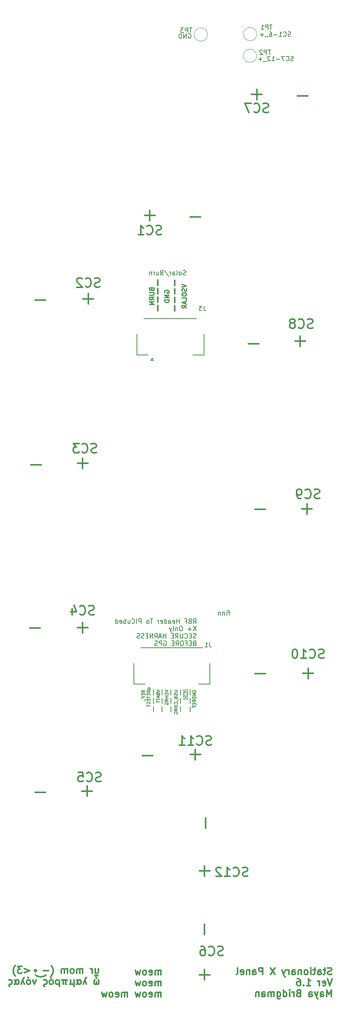
<source format=gbo>
%TF.GenerationSoftware,KiCad,Pcbnew,9.0.1*%
%TF.CreationDate,2025-04-22T22:29:05-07:00*%
%TF.ProjectId,Stationary_X_Panel,53746174-696f-46e6-9172-795f585f5061,1.6*%
%TF.SameCoordinates,Original*%
%TF.FileFunction,Legend,Bot*%
%TF.FilePolarity,Positive*%
%FSLAX46Y46*%
G04 Gerber Fmt 4.6, Leading zero omitted, Abs format (unit mm)*
G04 Created by KiCad (PCBNEW 9.0.1) date 2025-04-22 22:29:05*
%MOMM*%
%LPD*%
G01*
G04 APERTURE LIST*
%ADD10C,0.300000*%
%ADD11C,0.175000*%
%ADD12C,0.200000*%
%ADD13C,0.250000*%
%ADD14C,0.150000*%
%ADD15C,0.127000*%
%ADD16C,0.120000*%
%ADD17C,0.010000*%
%ADD18C,2.600000*%
%ADD19C,3.800000*%
%ADD20C,3.000000*%
%ADD21C,2.500000*%
G04 APERTURE END LIST*
D10*
X79641190Y-179159400D02*
X79355476Y-179254638D01*
X79355476Y-179254638D02*
X78879285Y-179254638D01*
X78879285Y-179254638D02*
X78688809Y-179159400D01*
X78688809Y-179159400D02*
X78593571Y-179064161D01*
X78593571Y-179064161D02*
X78498333Y-178873685D01*
X78498333Y-178873685D02*
X78498333Y-178683209D01*
X78498333Y-178683209D02*
X78593571Y-178492733D01*
X78593571Y-178492733D02*
X78688809Y-178397495D01*
X78688809Y-178397495D02*
X78879285Y-178302257D01*
X78879285Y-178302257D02*
X79260238Y-178207019D01*
X79260238Y-178207019D02*
X79450714Y-178111780D01*
X79450714Y-178111780D02*
X79545952Y-178016542D01*
X79545952Y-178016542D02*
X79641190Y-177826066D01*
X79641190Y-177826066D02*
X79641190Y-177635590D01*
X79641190Y-177635590D02*
X79545952Y-177445114D01*
X79545952Y-177445114D02*
X79450714Y-177349876D01*
X79450714Y-177349876D02*
X79260238Y-177254638D01*
X79260238Y-177254638D02*
X78784047Y-177254638D01*
X78784047Y-177254638D02*
X78498333Y-177349876D01*
X76498333Y-179064161D02*
X76593571Y-179159400D01*
X76593571Y-179159400D02*
X76879285Y-179254638D01*
X76879285Y-179254638D02*
X77069761Y-179254638D01*
X77069761Y-179254638D02*
X77355476Y-179159400D01*
X77355476Y-179159400D02*
X77545952Y-178968923D01*
X77545952Y-178968923D02*
X77641190Y-178778447D01*
X77641190Y-178778447D02*
X77736428Y-178397495D01*
X77736428Y-178397495D02*
X77736428Y-178111780D01*
X77736428Y-178111780D02*
X77641190Y-177730828D01*
X77641190Y-177730828D02*
X77545952Y-177540352D01*
X77545952Y-177540352D02*
X77355476Y-177349876D01*
X77355476Y-177349876D02*
X77069761Y-177254638D01*
X77069761Y-177254638D02*
X76879285Y-177254638D01*
X76879285Y-177254638D02*
X76593571Y-177349876D01*
X76593571Y-177349876D02*
X76498333Y-177445114D01*
X74593571Y-179254638D02*
X75736428Y-179254638D01*
X75165000Y-179254638D02*
X75165000Y-177254638D01*
X75165000Y-177254638D02*
X75355476Y-177540352D01*
X75355476Y-177540352D02*
X75545952Y-177730828D01*
X75545952Y-177730828D02*
X75736428Y-177826066D01*
X72688809Y-179254638D02*
X73831666Y-179254638D01*
X73260238Y-179254638D02*
X73260238Y-177254638D01*
X73260238Y-177254638D02*
X73450714Y-177540352D01*
X73450714Y-177540352D02*
X73641190Y-177730828D01*
X73641190Y-177730828D02*
X73831666Y-177826066D01*
X53557857Y-189324400D02*
X51272143Y-189324400D01*
X52415000Y-190467257D02*
X52415000Y-188181542D01*
X52557857Y-117574400D02*
X50272143Y-117574400D01*
X51415000Y-118717257D02*
X51415000Y-116431542D01*
X79307857Y-229574400D02*
X77022143Y-229574400D01*
X78165000Y-230717257D02*
X78165000Y-228431542D01*
X106056917Y-229444568D02*
X105842632Y-229515996D01*
X105842632Y-229515996D02*
X105485489Y-229515996D01*
X105485489Y-229515996D02*
X105342632Y-229444568D01*
X105342632Y-229444568D02*
X105271203Y-229373139D01*
X105271203Y-229373139D02*
X105199774Y-229230282D01*
X105199774Y-229230282D02*
X105199774Y-229087425D01*
X105199774Y-229087425D02*
X105271203Y-228944568D01*
X105271203Y-228944568D02*
X105342632Y-228873139D01*
X105342632Y-228873139D02*
X105485489Y-228801710D01*
X105485489Y-228801710D02*
X105771203Y-228730282D01*
X105771203Y-228730282D02*
X105914060Y-228658853D01*
X105914060Y-228658853D02*
X105985489Y-228587425D01*
X105985489Y-228587425D02*
X106056917Y-228444568D01*
X106056917Y-228444568D02*
X106056917Y-228301710D01*
X106056917Y-228301710D02*
X105985489Y-228158853D01*
X105985489Y-228158853D02*
X105914060Y-228087425D01*
X105914060Y-228087425D02*
X105771203Y-228015996D01*
X105771203Y-228015996D02*
X105414060Y-228015996D01*
X105414060Y-228015996D02*
X105199774Y-228087425D01*
X104771203Y-228515996D02*
X104199775Y-228515996D01*
X104556918Y-228015996D02*
X104556918Y-229301710D01*
X104556918Y-229301710D02*
X104485489Y-229444568D01*
X104485489Y-229444568D02*
X104342632Y-229515996D01*
X104342632Y-229515996D02*
X104199775Y-229515996D01*
X103056918Y-229515996D02*
X103056918Y-228730282D01*
X103056918Y-228730282D02*
X103128346Y-228587425D01*
X103128346Y-228587425D02*
X103271203Y-228515996D01*
X103271203Y-228515996D02*
X103556918Y-228515996D01*
X103556918Y-228515996D02*
X103699775Y-228587425D01*
X103056918Y-229444568D02*
X103199775Y-229515996D01*
X103199775Y-229515996D02*
X103556918Y-229515996D01*
X103556918Y-229515996D02*
X103699775Y-229444568D01*
X103699775Y-229444568D02*
X103771203Y-229301710D01*
X103771203Y-229301710D02*
X103771203Y-229158853D01*
X103771203Y-229158853D02*
X103699775Y-229015996D01*
X103699775Y-229015996D02*
X103556918Y-228944568D01*
X103556918Y-228944568D02*
X103199775Y-228944568D01*
X103199775Y-228944568D02*
X103056918Y-228873139D01*
X102556917Y-228515996D02*
X101985489Y-228515996D01*
X102342632Y-228015996D02*
X102342632Y-229301710D01*
X102342632Y-229301710D02*
X102271203Y-229444568D01*
X102271203Y-229444568D02*
X102128346Y-229515996D01*
X102128346Y-229515996D02*
X101985489Y-229515996D01*
X101485489Y-229515996D02*
X101485489Y-228515996D01*
X101485489Y-228015996D02*
X101556917Y-228087425D01*
X101556917Y-228087425D02*
X101485489Y-228158853D01*
X101485489Y-228158853D02*
X101414060Y-228087425D01*
X101414060Y-228087425D02*
X101485489Y-228015996D01*
X101485489Y-228015996D02*
X101485489Y-228158853D01*
X100556917Y-229515996D02*
X100699774Y-229444568D01*
X100699774Y-229444568D02*
X100771203Y-229373139D01*
X100771203Y-229373139D02*
X100842631Y-229230282D01*
X100842631Y-229230282D02*
X100842631Y-228801710D01*
X100842631Y-228801710D02*
X100771203Y-228658853D01*
X100771203Y-228658853D02*
X100699774Y-228587425D01*
X100699774Y-228587425D02*
X100556917Y-228515996D01*
X100556917Y-228515996D02*
X100342631Y-228515996D01*
X100342631Y-228515996D02*
X100199774Y-228587425D01*
X100199774Y-228587425D02*
X100128346Y-228658853D01*
X100128346Y-228658853D02*
X100056917Y-228801710D01*
X100056917Y-228801710D02*
X100056917Y-229230282D01*
X100056917Y-229230282D02*
X100128346Y-229373139D01*
X100128346Y-229373139D02*
X100199774Y-229444568D01*
X100199774Y-229444568D02*
X100342631Y-229515996D01*
X100342631Y-229515996D02*
X100556917Y-229515996D01*
X99414060Y-228515996D02*
X99414060Y-229515996D01*
X99414060Y-228658853D02*
X99342631Y-228587425D01*
X99342631Y-228587425D02*
X99199774Y-228515996D01*
X99199774Y-228515996D02*
X98985488Y-228515996D01*
X98985488Y-228515996D02*
X98842631Y-228587425D01*
X98842631Y-228587425D02*
X98771203Y-228730282D01*
X98771203Y-228730282D02*
X98771203Y-229515996D01*
X97414060Y-229515996D02*
X97414060Y-228730282D01*
X97414060Y-228730282D02*
X97485488Y-228587425D01*
X97485488Y-228587425D02*
X97628345Y-228515996D01*
X97628345Y-228515996D02*
X97914060Y-228515996D01*
X97914060Y-228515996D02*
X98056917Y-228587425D01*
X97414060Y-229444568D02*
X97556917Y-229515996D01*
X97556917Y-229515996D02*
X97914060Y-229515996D01*
X97914060Y-229515996D02*
X98056917Y-229444568D01*
X98056917Y-229444568D02*
X98128345Y-229301710D01*
X98128345Y-229301710D02*
X98128345Y-229158853D01*
X98128345Y-229158853D02*
X98056917Y-229015996D01*
X98056917Y-229015996D02*
X97914060Y-228944568D01*
X97914060Y-228944568D02*
X97556917Y-228944568D01*
X97556917Y-228944568D02*
X97414060Y-228873139D01*
X96699774Y-229515996D02*
X96699774Y-228515996D01*
X96699774Y-228801710D02*
X96628345Y-228658853D01*
X96628345Y-228658853D02*
X96556917Y-228587425D01*
X96556917Y-228587425D02*
X96414059Y-228515996D01*
X96414059Y-228515996D02*
X96271202Y-228515996D01*
X95914060Y-228515996D02*
X95556917Y-229515996D01*
X95199774Y-228515996D02*
X95556917Y-229515996D01*
X95556917Y-229515996D02*
X95699774Y-229873139D01*
X95699774Y-229873139D02*
X95771203Y-229944568D01*
X95771203Y-229944568D02*
X95914060Y-230015996D01*
X93628346Y-228015996D02*
X92628346Y-229515996D01*
X92628346Y-228015996D02*
X93628346Y-229515996D01*
X90914061Y-229515996D02*
X90914061Y-228015996D01*
X90914061Y-228015996D02*
X90342632Y-228015996D01*
X90342632Y-228015996D02*
X90199775Y-228087425D01*
X90199775Y-228087425D02*
X90128346Y-228158853D01*
X90128346Y-228158853D02*
X90056918Y-228301710D01*
X90056918Y-228301710D02*
X90056918Y-228515996D01*
X90056918Y-228515996D02*
X90128346Y-228658853D01*
X90128346Y-228658853D02*
X90199775Y-228730282D01*
X90199775Y-228730282D02*
X90342632Y-228801710D01*
X90342632Y-228801710D02*
X90914061Y-228801710D01*
X88771204Y-229515996D02*
X88771204Y-228730282D01*
X88771204Y-228730282D02*
X88842632Y-228587425D01*
X88842632Y-228587425D02*
X88985489Y-228515996D01*
X88985489Y-228515996D02*
X89271204Y-228515996D01*
X89271204Y-228515996D02*
X89414061Y-228587425D01*
X88771204Y-229444568D02*
X88914061Y-229515996D01*
X88914061Y-229515996D02*
X89271204Y-229515996D01*
X89271204Y-229515996D02*
X89414061Y-229444568D01*
X89414061Y-229444568D02*
X89485489Y-229301710D01*
X89485489Y-229301710D02*
X89485489Y-229158853D01*
X89485489Y-229158853D02*
X89414061Y-229015996D01*
X89414061Y-229015996D02*
X89271204Y-228944568D01*
X89271204Y-228944568D02*
X88914061Y-228944568D01*
X88914061Y-228944568D02*
X88771204Y-228873139D01*
X88056918Y-228515996D02*
X88056918Y-229515996D01*
X88056918Y-228658853D02*
X87985489Y-228587425D01*
X87985489Y-228587425D02*
X87842632Y-228515996D01*
X87842632Y-228515996D02*
X87628346Y-228515996D01*
X87628346Y-228515996D02*
X87485489Y-228587425D01*
X87485489Y-228587425D02*
X87414061Y-228730282D01*
X87414061Y-228730282D02*
X87414061Y-229515996D01*
X86128346Y-229444568D02*
X86271203Y-229515996D01*
X86271203Y-229515996D02*
X86556918Y-229515996D01*
X86556918Y-229515996D02*
X86699775Y-229444568D01*
X86699775Y-229444568D02*
X86771203Y-229301710D01*
X86771203Y-229301710D02*
X86771203Y-228730282D01*
X86771203Y-228730282D02*
X86699775Y-228587425D01*
X86699775Y-228587425D02*
X86556918Y-228515996D01*
X86556918Y-228515996D02*
X86271203Y-228515996D01*
X86271203Y-228515996D02*
X86128346Y-228587425D01*
X86128346Y-228587425D02*
X86056918Y-228730282D01*
X86056918Y-228730282D02*
X86056918Y-228873139D01*
X86056918Y-228873139D02*
X86771203Y-229015996D01*
X85199775Y-229515996D02*
X85342632Y-229444568D01*
X85342632Y-229444568D02*
X85414061Y-229301710D01*
X85414061Y-229301710D02*
X85414061Y-228015996D01*
X106199774Y-230430912D02*
X105699774Y-231930912D01*
X105699774Y-231930912D02*
X105199774Y-230430912D01*
X104128346Y-231859484D02*
X104271203Y-231930912D01*
X104271203Y-231930912D02*
X104556918Y-231930912D01*
X104556918Y-231930912D02*
X104699775Y-231859484D01*
X104699775Y-231859484D02*
X104771203Y-231716626D01*
X104771203Y-231716626D02*
X104771203Y-231145198D01*
X104771203Y-231145198D02*
X104699775Y-231002341D01*
X104699775Y-231002341D02*
X104556918Y-230930912D01*
X104556918Y-230930912D02*
X104271203Y-230930912D01*
X104271203Y-230930912D02*
X104128346Y-231002341D01*
X104128346Y-231002341D02*
X104056918Y-231145198D01*
X104056918Y-231145198D02*
X104056918Y-231288055D01*
X104056918Y-231288055D02*
X104771203Y-231430912D01*
X103414061Y-231930912D02*
X103414061Y-230930912D01*
X103414061Y-231216626D02*
X103342632Y-231073769D01*
X103342632Y-231073769D02*
X103271204Y-231002341D01*
X103271204Y-231002341D02*
X103128346Y-230930912D01*
X103128346Y-230930912D02*
X102985489Y-230930912D01*
X100556918Y-231930912D02*
X101414061Y-231930912D01*
X100985490Y-231930912D02*
X100985490Y-230430912D01*
X100985490Y-230430912D02*
X101128347Y-230645198D01*
X101128347Y-230645198D02*
X101271204Y-230788055D01*
X101271204Y-230788055D02*
X101414061Y-230859484D01*
X99914062Y-231788055D02*
X99842633Y-231859484D01*
X99842633Y-231859484D02*
X99914062Y-231930912D01*
X99914062Y-231930912D02*
X99985490Y-231859484D01*
X99985490Y-231859484D02*
X99914062Y-231788055D01*
X99914062Y-231788055D02*
X99914062Y-231930912D01*
X98556919Y-230430912D02*
X98842633Y-230430912D01*
X98842633Y-230430912D02*
X98985490Y-230502341D01*
X98985490Y-230502341D02*
X99056919Y-230573769D01*
X99056919Y-230573769D02*
X99199776Y-230788055D01*
X99199776Y-230788055D02*
X99271204Y-231073769D01*
X99271204Y-231073769D02*
X99271204Y-231645198D01*
X99271204Y-231645198D02*
X99199776Y-231788055D01*
X99199776Y-231788055D02*
X99128347Y-231859484D01*
X99128347Y-231859484D02*
X98985490Y-231930912D01*
X98985490Y-231930912D02*
X98699776Y-231930912D01*
X98699776Y-231930912D02*
X98556919Y-231859484D01*
X98556919Y-231859484D02*
X98485490Y-231788055D01*
X98485490Y-231788055D02*
X98414061Y-231645198D01*
X98414061Y-231645198D02*
X98414061Y-231288055D01*
X98414061Y-231288055D02*
X98485490Y-231145198D01*
X98485490Y-231145198D02*
X98556919Y-231073769D01*
X98556919Y-231073769D02*
X98699776Y-231002341D01*
X98699776Y-231002341D02*
X98985490Y-231002341D01*
X98985490Y-231002341D02*
X99128347Y-231073769D01*
X99128347Y-231073769D02*
X99199776Y-231145198D01*
X99199776Y-231145198D02*
X99271204Y-231288055D01*
X105985489Y-234345828D02*
X105985489Y-232845828D01*
X105985489Y-232845828D02*
X105485489Y-233917257D01*
X105485489Y-233917257D02*
X104985489Y-232845828D01*
X104985489Y-232845828D02*
X104985489Y-234345828D01*
X103628346Y-234345828D02*
X103628346Y-233560114D01*
X103628346Y-233560114D02*
X103699774Y-233417257D01*
X103699774Y-233417257D02*
X103842631Y-233345828D01*
X103842631Y-233345828D02*
X104128346Y-233345828D01*
X104128346Y-233345828D02*
X104271203Y-233417257D01*
X103628346Y-234274400D02*
X103771203Y-234345828D01*
X103771203Y-234345828D02*
X104128346Y-234345828D01*
X104128346Y-234345828D02*
X104271203Y-234274400D01*
X104271203Y-234274400D02*
X104342631Y-234131542D01*
X104342631Y-234131542D02*
X104342631Y-233988685D01*
X104342631Y-233988685D02*
X104271203Y-233845828D01*
X104271203Y-233845828D02*
X104128346Y-233774400D01*
X104128346Y-233774400D02*
X103771203Y-233774400D01*
X103771203Y-233774400D02*
X103628346Y-233702971D01*
X103056917Y-233345828D02*
X102699774Y-234345828D01*
X102342631Y-233345828D02*
X102699774Y-234345828D01*
X102699774Y-234345828D02*
X102842631Y-234702971D01*
X102842631Y-234702971D02*
X102914060Y-234774400D01*
X102914060Y-234774400D02*
X103056917Y-234845828D01*
X101128346Y-234345828D02*
X101128346Y-233560114D01*
X101128346Y-233560114D02*
X101199774Y-233417257D01*
X101199774Y-233417257D02*
X101342631Y-233345828D01*
X101342631Y-233345828D02*
X101628346Y-233345828D01*
X101628346Y-233345828D02*
X101771203Y-233417257D01*
X101128346Y-234274400D02*
X101271203Y-234345828D01*
X101271203Y-234345828D02*
X101628346Y-234345828D01*
X101628346Y-234345828D02*
X101771203Y-234274400D01*
X101771203Y-234274400D02*
X101842631Y-234131542D01*
X101842631Y-234131542D02*
X101842631Y-233988685D01*
X101842631Y-233988685D02*
X101771203Y-233845828D01*
X101771203Y-233845828D02*
X101628346Y-233774400D01*
X101628346Y-233774400D02*
X101271203Y-233774400D01*
X101271203Y-233774400D02*
X101128346Y-233702971D01*
X98771203Y-233560114D02*
X98556917Y-233631542D01*
X98556917Y-233631542D02*
X98485488Y-233702971D01*
X98485488Y-233702971D02*
X98414060Y-233845828D01*
X98414060Y-233845828D02*
X98414060Y-234060114D01*
X98414060Y-234060114D02*
X98485488Y-234202971D01*
X98485488Y-234202971D02*
X98556917Y-234274400D01*
X98556917Y-234274400D02*
X98699774Y-234345828D01*
X98699774Y-234345828D02*
X99271203Y-234345828D01*
X99271203Y-234345828D02*
X99271203Y-232845828D01*
X99271203Y-232845828D02*
X98771203Y-232845828D01*
X98771203Y-232845828D02*
X98628346Y-232917257D01*
X98628346Y-232917257D02*
X98556917Y-232988685D01*
X98556917Y-232988685D02*
X98485488Y-233131542D01*
X98485488Y-233131542D02*
X98485488Y-233274400D01*
X98485488Y-233274400D02*
X98556917Y-233417257D01*
X98556917Y-233417257D02*
X98628346Y-233488685D01*
X98628346Y-233488685D02*
X98771203Y-233560114D01*
X98771203Y-233560114D02*
X99271203Y-233560114D01*
X97771203Y-234345828D02*
X97771203Y-233345828D01*
X97771203Y-233631542D02*
X97699774Y-233488685D01*
X97699774Y-233488685D02*
X97628346Y-233417257D01*
X97628346Y-233417257D02*
X97485488Y-233345828D01*
X97485488Y-233345828D02*
X97342631Y-233345828D01*
X96842632Y-234345828D02*
X96842632Y-233345828D01*
X96842632Y-232845828D02*
X96914060Y-232917257D01*
X96914060Y-232917257D02*
X96842632Y-232988685D01*
X96842632Y-232988685D02*
X96771203Y-232917257D01*
X96771203Y-232917257D02*
X96842632Y-232845828D01*
X96842632Y-232845828D02*
X96842632Y-232988685D01*
X95485489Y-234345828D02*
X95485489Y-232845828D01*
X95485489Y-234274400D02*
X95628346Y-234345828D01*
X95628346Y-234345828D02*
X95914060Y-234345828D01*
X95914060Y-234345828D02*
X96056917Y-234274400D01*
X96056917Y-234274400D02*
X96128346Y-234202971D01*
X96128346Y-234202971D02*
X96199774Y-234060114D01*
X96199774Y-234060114D02*
X96199774Y-233631542D01*
X96199774Y-233631542D02*
X96128346Y-233488685D01*
X96128346Y-233488685D02*
X96056917Y-233417257D01*
X96056917Y-233417257D02*
X95914060Y-233345828D01*
X95914060Y-233345828D02*
X95628346Y-233345828D01*
X95628346Y-233345828D02*
X95485489Y-233417257D01*
X94128346Y-233345828D02*
X94128346Y-234560114D01*
X94128346Y-234560114D02*
X94199774Y-234702971D01*
X94199774Y-234702971D02*
X94271203Y-234774400D01*
X94271203Y-234774400D02*
X94414060Y-234845828D01*
X94414060Y-234845828D02*
X94628346Y-234845828D01*
X94628346Y-234845828D02*
X94771203Y-234774400D01*
X94128346Y-234274400D02*
X94271203Y-234345828D01*
X94271203Y-234345828D02*
X94556917Y-234345828D01*
X94556917Y-234345828D02*
X94699774Y-234274400D01*
X94699774Y-234274400D02*
X94771203Y-234202971D01*
X94771203Y-234202971D02*
X94842631Y-234060114D01*
X94842631Y-234060114D02*
X94842631Y-233631542D01*
X94842631Y-233631542D02*
X94771203Y-233488685D01*
X94771203Y-233488685D02*
X94699774Y-233417257D01*
X94699774Y-233417257D02*
X94556917Y-233345828D01*
X94556917Y-233345828D02*
X94271203Y-233345828D01*
X94271203Y-233345828D02*
X94128346Y-233417257D01*
X93414060Y-234345828D02*
X93414060Y-233345828D01*
X93414060Y-233488685D02*
X93342631Y-233417257D01*
X93342631Y-233417257D02*
X93199774Y-233345828D01*
X93199774Y-233345828D02*
X92985488Y-233345828D01*
X92985488Y-233345828D02*
X92842631Y-233417257D01*
X92842631Y-233417257D02*
X92771203Y-233560114D01*
X92771203Y-233560114D02*
X92771203Y-234345828D01*
X92771203Y-233560114D02*
X92699774Y-233417257D01*
X92699774Y-233417257D02*
X92556917Y-233345828D01*
X92556917Y-233345828D02*
X92342631Y-233345828D01*
X92342631Y-233345828D02*
X92199774Y-233417257D01*
X92199774Y-233417257D02*
X92128345Y-233560114D01*
X92128345Y-233560114D02*
X92128345Y-234345828D01*
X90771203Y-234345828D02*
X90771203Y-233560114D01*
X90771203Y-233560114D02*
X90842631Y-233417257D01*
X90842631Y-233417257D02*
X90985488Y-233345828D01*
X90985488Y-233345828D02*
X91271203Y-233345828D01*
X91271203Y-233345828D02*
X91414060Y-233417257D01*
X90771203Y-234274400D02*
X90914060Y-234345828D01*
X90914060Y-234345828D02*
X91271203Y-234345828D01*
X91271203Y-234345828D02*
X91414060Y-234274400D01*
X91414060Y-234274400D02*
X91485488Y-234131542D01*
X91485488Y-234131542D02*
X91485488Y-233988685D01*
X91485488Y-233988685D02*
X91414060Y-233845828D01*
X91414060Y-233845828D02*
X91271203Y-233774400D01*
X91271203Y-233774400D02*
X90914060Y-233774400D01*
X90914060Y-233774400D02*
X90771203Y-233702971D01*
X90056917Y-233345828D02*
X90056917Y-234345828D01*
X90056917Y-233488685D02*
X89985488Y-233417257D01*
X89985488Y-233417257D02*
X89842631Y-233345828D01*
X89842631Y-233345828D02*
X89628345Y-233345828D01*
X89628345Y-233345828D02*
X89485488Y-233417257D01*
X89485488Y-233417257D02*
X89414060Y-233560114D01*
X89414060Y-233560114D02*
X89414060Y-234345828D01*
X64522142Y-181615600D02*
X66807857Y-181615600D01*
D11*
X71554733Y-167281797D02*
X72121400Y-167281797D01*
X72121400Y-167281797D02*
X72188066Y-167315131D01*
X72188066Y-167315131D02*
X72221400Y-167348464D01*
X72221400Y-167348464D02*
X72254733Y-167415131D01*
X72254733Y-167415131D02*
X72254733Y-167548464D01*
X72254733Y-167548464D02*
X72221400Y-167615131D01*
X72221400Y-167615131D02*
X72188066Y-167648464D01*
X72188066Y-167648464D02*
X72121400Y-167681797D01*
X72121400Y-167681797D02*
X71554733Y-167681797D01*
X72221400Y-167981797D02*
X72254733Y-168081797D01*
X72254733Y-168081797D02*
X72254733Y-168248464D01*
X72254733Y-168248464D02*
X72221400Y-168315130D01*
X72221400Y-168315130D02*
X72188066Y-168348464D01*
X72188066Y-168348464D02*
X72121400Y-168381797D01*
X72121400Y-168381797D02*
X72054733Y-168381797D01*
X72054733Y-168381797D02*
X71988066Y-168348464D01*
X71988066Y-168348464D02*
X71954733Y-168315130D01*
X71954733Y-168315130D02*
X71921400Y-168248464D01*
X71921400Y-168248464D02*
X71888066Y-168115130D01*
X71888066Y-168115130D02*
X71854733Y-168048464D01*
X71854733Y-168048464D02*
X71821400Y-168015130D01*
X71821400Y-168015130D02*
X71754733Y-167981797D01*
X71754733Y-167981797D02*
X71688066Y-167981797D01*
X71688066Y-167981797D02*
X71621400Y-168015130D01*
X71621400Y-168015130D02*
X71588066Y-168048464D01*
X71588066Y-168048464D02*
X71554733Y-168115130D01*
X71554733Y-168115130D02*
X71554733Y-168281797D01*
X71554733Y-168281797D02*
X71588066Y-168381797D01*
X71888066Y-168915131D02*
X71921400Y-169015131D01*
X71921400Y-169015131D02*
X71954733Y-169048464D01*
X71954733Y-169048464D02*
X72021400Y-169081797D01*
X72021400Y-169081797D02*
X72121400Y-169081797D01*
X72121400Y-169081797D02*
X72188066Y-169048464D01*
X72188066Y-169048464D02*
X72221400Y-169015131D01*
X72221400Y-169015131D02*
X72254733Y-168948464D01*
X72254733Y-168948464D02*
X72254733Y-168681797D01*
X72254733Y-168681797D02*
X71554733Y-168681797D01*
X71554733Y-168681797D02*
X71554733Y-168915131D01*
X71554733Y-168915131D02*
X71588066Y-168981797D01*
X71588066Y-168981797D02*
X71621400Y-169015131D01*
X71621400Y-169015131D02*
X71688066Y-169048464D01*
X71688066Y-169048464D02*
X71754733Y-169048464D01*
X71754733Y-169048464D02*
X71821400Y-169015131D01*
X71821400Y-169015131D02*
X71854733Y-168981797D01*
X71854733Y-168981797D02*
X71888066Y-168915131D01*
X71888066Y-168915131D02*
X71888066Y-168681797D01*
X72321400Y-169215131D02*
X72321400Y-169748464D01*
X72188066Y-170315130D02*
X72221400Y-170281797D01*
X72221400Y-170281797D02*
X72254733Y-170181797D01*
X72254733Y-170181797D02*
X72254733Y-170115130D01*
X72254733Y-170115130D02*
X72221400Y-170015130D01*
X72221400Y-170015130D02*
X72154733Y-169948464D01*
X72154733Y-169948464D02*
X72088066Y-169915130D01*
X72088066Y-169915130D02*
X71954733Y-169881797D01*
X71954733Y-169881797D02*
X71854733Y-169881797D01*
X71854733Y-169881797D02*
X71721400Y-169915130D01*
X71721400Y-169915130D02*
X71654733Y-169948464D01*
X71654733Y-169948464D02*
X71588066Y-170015130D01*
X71588066Y-170015130D02*
X71554733Y-170115130D01*
X71554733Y-170115130D02*
X71554733Y-170181797D01*
X71554733Y-170181797D02*
X71588066Y-170281797D01*
X71588066Y-170281797D02*
X71621400Y-170315130D01*
X72254733Y-170615130D02*
X71554733Y-170615130D01*
X71888066Y-170615130D02*
X71888066Y-171015130D01*
X72254733Y-171015130D02*
X71554733Y-171015130D01*
X72254733Y-171748463D02*
X71921400Y-171515130D01*
X72254733Y-171348463D02*
X71554733Y-171348463D01*
X71554733Y-171348463D02*
X71554733Y-171615130D01*
X71554733Y-171615130D02*
X71588066Y-171681797D01*
X71588066Y-171681797D02*
X71621400Y-171715130D01*
X71621400Y-171715130D02*
X71688066Y-171748463D01*
X71688066Y-171748463D02*
X71788066Y-171748463D01*
X71788066Y-171748463D02*
X71854733Y-171715130D01*
X71854733Y-171715130D02*
X71888066Y-171681797D01*
X71888066Y-171681797D02*
X71921400Y-171615130D01*
X71921400Y-171615130D02*
X71921400Y-171348463D01*
X71588066Y-172415130D02*
X71554733Y-172348463D01*
X71554733Y-172348463D02*
X71554733Y-172248463D01*
X71554733Y-172248463D02*
X71588066Y-172148463D01*
X71588066Y-172148463D02*
X71654733Y-172081797D01*
X71654733Y-172081797D02*
X71721400Y-172048463D01*
X71721400Y-172048463D02*
X71854733Y-172015130D01*
X71854733Y-172015130D02*
X71954733Y-172015130D01*
X71954733Y-172015130D02*
X72088066Y-172048463D01*
X72088066Y-172048463D02*
X72154733Y-172081797D01*
X72154733Y-172081797D02*
X72221400Y-172148463D01*
X72221400Y-172148463D02*
X72254733Y-172248463D01*
X72254733Y-172248463D02*
X72254733Y-172315130D01*
X72254733Y-172315130D02*
X72221400Y-172415130D01*
X72221400Y-172415130D02*
X72188066Y-172448463D01*
X72188066Y-172448463D02*
X71954733Y-172448463D01*
X71954733Y-172448463D02*
X71954733Y-172315130D01*
D10*
X77307857Y-181324400D02*
X75022143Y-181324400D01*
X76165000Y-182467257D02*
X76165000Y-180181542D01*
X68610489Y-229565996D02*
X68610489Y-228565996D01*
X68610489Y-228708853D02*
X68539060Y-228637425D01*
X68539060Y-228637425D02*
X68396203Y-228565996D01*
X68396203Y-228565996D02*
X68181917Y-228565996D01*
X68181917Y-228565996D02*
X68039060Y-228637425D01*
X68039060Y-228637425D02*
X67967632Y-228780282D01*
X67967632Y-228780282D02*
X67967632Y-229565996D01*
X67967632Y-228780282D02*
X67896203Y-228637425D01*
X67896203Y-228637425D02*
X67753346Y-228565996D01*
X67753346Y-228565996D02*
X67539060Y-228565996D01*
X67539060Y-228565996D02*
X67396203Y-228637425D01*
X67396203Y-228637425D02*
X67324774Y-228780282D01*
X67324774Y-228780282D02*
X67324774Y-229565996D01*
X66039060Y-229494568D02*
X66181917Y-229565996D01*
X66181917Y-229565996D02*
X66467632Y-229565996D01*
X66467632Y-229565996D02*
X66610489Y-229494568D01*
X66610489Y-229494568D02*
X66681917Y-229351710D01*
X66681917Y-229351710D02*
X66681917Y-228780282D01*
X66681917Y-228780282D02*
X66610489Y-228637425D01*
X66610489Y-228637425D02*
X66467632Y-228565996D01*
X66467632Y-228565996D02*
X66181917Y-228565996D01*
X66181917Y-228565996D02*
X66039060Y-228637425D01*
X66039060Y-228637425D02*
X65967632Y-228780282D01*
X65967632Y-228780282D02*
X65967632Y-228923139D01*
X65967632Y-228923139D02*
X66681917Y-229065996D01*
X65110489Y-229565996D02*
X65253346Y-229494568D01*
X65253346Y-229494568D02*
X65324775Y-229423139D01*
X65324775Y-229423139D02*
X65396203Y-229280282D01*
X65396203Y-229280282D02*
X65396203Y-228851710D01*
X65396203Y-228851710D02*
X65324775Y-228708853D01*
X65324775Y-228708853D02*
X65253346Y-228637425D01*
X65253346Y-228637425D02*
X65110489Y-228565996D01*
X65110489Y-228565996D02*
X64896203Y-228565996D01*
X64896203Y-228565996D02*
X64753346Y-228637425D01*
X64753346Y-228637425D02*
X64681918Y-228708853D01*
X64681918Y-228708853D02*
X64610489Y-228851710D01*
X64610489Y-228851710D02*
X64610489Y-229280282D01*
X64610489Y-229280282D02*
X64681918Y-229423139D01*
X64681918Y-229423139D02*
X64753346Y-229494568D01*
X64753346Y-229494568D02*
X64896203Y-229565996D01*
X64896203Y-229565996D02*
X65110489Y-229565996D01*
X64110489Y-228565996D02*
X63824775Y-229565996D01*
X63824775Y-229565996D02*
X63539060Y-228851710D01*
X63539060Y-228851710D02*
X63253346Y-229565996D01*
X63253346Y-229565996D02*
X62967632Y-228565996D01*
X68610489Y-231980912D02*
X68610489Y-230980912D01*
X68610489Y-231123769D02*
X68539060Y-231052341D01*
X68539060Y-231052341D02*
X68396203Y-230980912D01*
X68396203Y-230980912D02*
X68181917Y-230980912D01*
X68181917Y-230980912D02*
X68039060Y-231052341D01*
X68039060Y-231052341D02*
X67967632Y-231195198D01*
X67967632Y-231195198D02*
X67967632Y-231980912D01*
X67967632Y-231195198D02*
X67896203Y-231052341D01*
X67896203Y-231052341D02*
X67753346Y-230980912D01*
X67753346Y-230980912D02*
X67539060Y-230980912D01*
X67539060Y-230980912D02*
X67396203Y-231052341D01*
X67396203Y-231052341D02*
X67324774Y-231195198D01*
X67324774Y-231195198D02*
X67324774Y-231980912D01*
X66039060Y-231909484D02*
X66181917Y-231980912D01*
X66181917Y-231980912D02*
X66467632Y-231980912D01*
X66467632Y-231980912D02*
X66610489Y-231909484D01*
X66610489Y-231909484D02*
X66681917Y-231766626D01*
X66681917Y-231766626D02*
X66681917Y-231195198D01*
X66681917Y-231195198D02*
X66610489Y-231052341D01*
X66610489Y-231052341D02*
X66467632Y-230980912D01*
X66467632Y-230980912D02*
X66181917Y-230980912D01*
X66181917Y-230980912D02*
X66039060Y-231052341D01*
X66039060Y-231052341D02*
X65967632Y-231195198D01*
X65967632Y-231195198D02*
X65967632Y-231338055D01*
X65967632Y-231338055D02*
X66681917Y-231480912D01*
X65110489Y-231980912D02*
X65253346Y-231909484D01*
X65253346Y-231909484D02*
X65324775Y-231838055D01*
X65324775Y-231838055D02*
X65396203Y-231695198D01*
X65396203Y-231695198D02*
X65396203Y-231266626D01*
X65396203Y-231266626D02*
X65324775Y-231123769D01*
X65324775Y-231123769D02*
X65253346Y-231052341D01*
X65253346Y-231052341D02*
X65110489Y-230980912D01*
X65110489Y-230980912D02*
X64896203Y-230980912D01*
X64896203Y-230980912D02*
X64753346Y-231052341D01*
X64753346Y-231052341D02*
X64681918Y-231123769D01*
X64681918Y-231123769D02*
X64610489Y-231266626D01*
X64610489Y-231266626D02*
X64610489Y-231695198D01*
X64610489Y-231695198D02*
X64681918Y-231838055D01*
X64681918Y-231838055D02*
X64753346Y-231909484D01*
X64753346Y-231909484D02*
X64896203Y-231980912D01*
X64896203Y-231980912D02*
X65110489Y-231980912D01*
X64110489Y-230980912D02*
X63824775Y-231980912D01*
X63824775Y-231980912D02*
X63539060Y-231266626D01*
X63539060Y-231266626D02*
X63253346Y-231980912D01*
X63253346Y-231980912D02*
X62967632Y-230980912D01*
X68610489Y-234395828D02*
X68610489Y-233395828D01*
X68610489Y-233538685D02*
X68539060Y-233467257D01*
X68539060Y-233467257D02*
X68396203Y-233395828D01*
X68396203Y-233395828D02*
X68181917Y-233395828D01*
X68181917Y-233395828D02*
X68039060Y-233467257D01*
X68039060Y-233467257D02*
X67967632Y-233610114D01*
X67967632Y-233610114D02*
X67967632Y-234395828D01*
X67967632Y-233610114D02*
X67896203Y-233467257D01*
X67896203Y-233467257D02*
X67753346Y-233395828D01*
X67753346Y-233395828D02*
X67539060Y-233395828D01*
X67539060Y-233395828D02*
X67396203Y-233467257D01*
X67396203Y-233467257D02*
X67324774Y-233610114D01*
X67324774Y-233610114D02*
X67324774Y-234395828D01*
X66039060Y-234324400D02*
X66181917Y-234395828D01*
X66181917Y-234395828D02*
X66467632Y-234395828D01*
X66467632Y-234395828D02*
X66610489Y-234324400D01*
X66610489Y-234324400D02*
X66681917Y-234181542D01*
X66681917Y-234181542D02*
X66681917Y-233610114D01*
X66681917Y-233610114D02*
X66610489Y-233467257D01*
X66610489Y-233467257D02*
X66467632Y-233395828D01*
X66467632Y-233395828D02*
X66181917Y-233395828D01*
X66181917Y-233395828D02*
X66039060Y-233467257D01*
X66039060Y-233467257D02*
X65967632Y-233610114D01*
X65967632Y-233610114D02*
X65967632Y-233752971D01*
X65967632Y-233752971D02*
X66681917Y-233895828D01*
X65110489Y-234395828D02*
X65253346Y-234324400D01*
X65253346Y-234324400D02*
X65324775Y-234252971D01*
X65324775Y-234252971D02*
X65396203Y-234110114D01*
X65396203Y-234110114D02*
X65396203Y-233681542D01*
X65396203Y-233681542D02*
X65324775Y-233538685D01*
X65324775Y-233538685D02*
X65253346Y-233467257D01*
X65253346Y-233467257D02*
X65110489Y-233395828D01*
X65110489Y-233395828D02*
X64896203Y-233395828D01*
X64896203Y-233395828D02*
X64753346Y-233467257D01*
X64753346Y-233467257D02*
X64681918Y-233538685D01*
X64681918Y-233538685D02*
X64610489Y-233681542D01*
X64610489Y-233681542D02*
X64610489Y-234110114D01*
X64610489Y-234110114D02*
X64681918Y-234252971D01*
X64681918Y-234252971D02*
X64753346Y-234324400D01*
X64753346Y-234324400D02*
X64896203Y-234395828D01*
X64896203Y-234395828D02*
X65110489Y-234395828D01*
X64110489Y-233395828D02*
X63824775Y-234395828D01*
X63824775Y-234395828D02*
X63539060Y-233681542D01*
X63539060Y-233681542D02*
X63253346Y-234395828D01*
X63253346Y-234395828D02*
X62967632Y-233395828D01*
X61253346Y-234395828D02*
X61253346Y-233395828D01*
X61253346Y-233538685D02*
X61181917Y-233467257D01*
X61181917Y-233467257D02*
X61039060Y-233395828D01*
X61039060Y-233395828D02*
X60824774Y-233395828D01*
X60824774Y-233395828D02*
X60681917Y-233467257D01*
X60681917Y-233467257D02*
X60610489Y-233610114D01*
X60610489Y-233610114D02*
X60610489Y-234395828D01*
X60610489Y-233610114D02*
X60539060Y-233467257D01*
X60539060Y-233467257D02*
X60396203Y-233395828D01*
X60396203Y-233395828D02*
X60181917Y-233395828D01*
X60181917Y-233395828D02*
X60039060Y-233467257D01*
X60039060Y-233467257D02*
X59967631Y-233610114D01*
X59967631Y-233610114D02*
X59967631Y-234395828D01*
X58681917Y-234324400D02*
X58824774Y-234395828D01*
X58824774Y-234395828D02*
X59110489Y-234395828D01*
X59110489Y-234395828D02*
X59253346Y-234324400D01*
X59253346Y-234324400D02*
X59324774Y-234181542D01*
X59324774Y-234181542D02*
X59324774Y-233610114D01*
X59324774Y-233610114D02*
X59253346Y-233467257D01*
X59253346Y-233467257D02*
X59110489Y-233395828D01*
X59110489Y-233395828D02*
X58824774Y-233395828D01*
X58824774Y-233395828D02*
X58681917Y-233467257D01*
X58681917Y-233467257D02*
X58610489Y-233610114D01*
X58610489Y-233610114D02*
X58610489Y-233752971D01*
X58610489Y-233752971D02*
X59324774Y-233895828D01*
X57753346Y-234395828D02*
X57896203Y-234324400D01*
X57896203Y-234324400D02*
X57967632Y-234252971D01*
X57967632Y-234252971D02*
X58039060Y-234110114D01*
X58039060Y-234110114D02*
X58039060Y-233681542D01*
X58039060Y-233681542D02*
X57967632Y-233538685D01*
X57967632Y-233538685D02*
X57896203Y-233467257D01*
X57896203Y-233467257D02*
X57753346Y-233395828D01*
X57753346Y-233395828D02*
X57539060Y-233395828D01*
X57539060Y-233395828D02*
X57396203Y-233467257D01*
X57396203Y-233467257D02*
X57324775Y-233538685D01*
X57324775Y-233538685D02*
X57253346Y-233681542D01*
X57253346Y-233681542D02*
X57253346Y-234110114D01*
X57253346Y-234110114D02*
X57324775Y-234252971D01*
X57324775Y-234252971D02*
X57396203Y-234324400D01*
X57396203Y-234324400D02*
X57539060Y-234395828D01*
X57539060Y-234395828D02*
X57753346Y-234395828D01*
X56753346Y-233395828D02*
X56467632Y-234395828D01*
X56467632Y-234395828D02*
X56181917Y-233681542D01*
X56181917Y-233681542D02*
X55896203Y-234395828D01*
X55896203Y-234395828D02*
X55610489Y-233395828D01*
X101807857Y-127574400D02*
X99522143Y-127574400D01*
X100665000Y-128717257D02*
X100665000Y-126431542D01*
X67914400Y-77459510D02*
X67914400Y-78602368D01*
X67914400Y-79316653D02*
X67914400Y-80459511D01*
X67914400Y-81173796D02*
X67914400Y-82316654D01*
X67914400Y-83030939D02*
X67914400Y-84173797D01*
D12*
X70815400Y-171961279D02*
X70815400Y-170818422D01*
X70815400Y-170104136D02*
X70815400Y-168961279D01*
X70815400Y-168246993D02*
X70815400Y-167104136D01*
D10*
X68688809Y-67409400D02*
X68403095Y-67504638D01*
X68403095Y-67504638D02*
X67926904Y-67504638D01*
X67926904Y-67504638D02*
X67736428Y-67409400D01*
X67736428Y-67409400D02*
X67641190Y-67314161D01*
X67641190Y-67314161D02*
X67545952Y-67123685D01*
X67545952Y-67123685D02*
X67545952Y-66933209D01*
X67545952Y-66933209D02*
X67641190Y-66742733D01*
X67641190Y-66742733D02*
X67736428Y-66647495D01*
X67736428Y-66647495D02*
X67926904Y-66552257D01*
X67926904Y-66552257D02*
X68307857Y-66457019D01*
X68307857Y-66457019D02*
X68498333Y-66361780D01*
X68498333Y-66361780D02*
X68593571Y-66266542D01*
X68593571Y-66266542D02*
X68688809Y-66076066D01*
X68688809Y-66076066D02*
X68688809Y-65885590D01*
X68688809Y-65885590D02*
X68593571Y-65695114D01*
X68593571Y-65695114D02*
X68498333Y-65599876D01*
X68498333Y-65599876D02*
X68307857Y-65504638D01*
X68307857Y-65504638D02*
X67831666Y-65504638D01*
X67831666Y-65504638D02*
X67545952Y-65599876D01*
X65545952Y-67314161D02*
X65641190Y-67409400D01*
X65641190Y-67409400D02*
X65926904Y-67504638D01*
X65926904Y-67504638D02*
X66117380Y-67504638D01*
X66117380Y-67504638D02*
X66403095Y-67409400D01*
X66403095Y-67409400D02*
X66593571Y-67218923D01*
X66593571Y-67218923D02*
X66688809Y-67028447D01*
X66688809Y-67028447D02*
X66784047Y-66647495D01*
X66784047Y-66647495D02*
X66784047Y-66361780D01*
X66784047Y-66361780D02*
X66688809Y-65980828D01*
X66688809Y-65980828D02*
X66593571Y-65790352D01*
X66593571Y-65790352D02*
X66403095Y-65599876D01*
X66403095Y-65599876D02*
X66117380Y-65504638D01*
X66117380Y-65504638D02*
X65926904Y-65504638D01*
X65926904Y-65504638D02*
X65641190Y-65599876D01*
X65641190Y-65599876D02*
X65545952Y-65695114D01*
X63641190Y-67504638D02*
X64784047Y-67504638D01*
X64212619Y-67504638D02*
X64212619Y-65504638D01*
X64212619Y-65504638D02*
X64403095Y-65790352D01*
X64403095Y-65790352D02*
X64593571Y-65980828D01*
X64593571Y-65980828D02*
X64784047Y-66076066D01*
X67307857Y-63324400D02*
X65022143Y-63324400D01*
X66165000Y-64467257D02*
X66165000Y-62181542D01*
X41022142Y-189615600D02*
X43307857Y-189615600D01*
D12*
X72915400Y-171961279D02*
X72915400Y-170818422D01*
X72915400Y-170104136D02*
X72915400Y-168961279D01*
X72915400Y-168246993D02*
X72915400Y-167104136D01*
D10*
X52557857Y-153574400D02*
X50272143Y-153574400D01*
X51415000Y-154717257D02*
X51415000Y-152431542D01*
X100307857Y-90824400D02*
X98022143Y-90824400D01*
X99165000Y-91967257D02*
X99165000Y-89681542D01*
D13*
X66565809Y-79460901D02*
X66613428Y-79603758D01*
X66613428Y-79603758D02*
X66661047Y-79651377D01*
X66661047Y-79651377D02*
X66756285Y-79698996D01*
X66756285Y-79698996D02*
X66899142Y-79698996D01*
X66899142Y-79698996D02*
X66994380Y-79651377D01*
X66994380Y-79651377D02*
X67042000Y-79603758D01*
X67042000Y-79603758D02*
X67089619Y-79508520D01*
X67089619Y-79508520D02*
X67089619Y-79127568D01*
X67089619Y-79127568D02*
X66089619Y-79127568D01*
X66089619Y-79127568D02*
X66089619Y-79460901D01*
X66089619Y-79460901D02*
X66137238Y-79556139D01*
X66137238Y-79556139D02*
X66184857Y-79603758D01*
X66184857Y-79603758D02*
X66280095Y-79651377D01*
X66280095Y-79651377D02*
X66375333Y-79651377D01*
X66375333Y-79651377D02*
X66470571Y-79603758D01*
X66470571Y-79603758D02*
X66518190Y-79556139D01*
X66518190Y-79556139D02*
X66565809Y-79460901D01*
X66565809Y-79460901D02*
X66565809Y-79127568D01*
X66089619Y-80127568D02*
X66899142Y-80127568D01*
X66899142Y-80127568D02*
X66994380Y-80175187D01*
X66994380Y-80175187D02*
X67042000Y-80222806D01*
X67042000Y-80222806D02*
X67089619Y-80318044D01*
X67089619Y-80318044D02*
X67089619Y-80508520D01*
X67089619Y-80508520D02*
X67042000Y-80603758D01*
X67042000Y-80603758D02*
X66994380Y-80651377D01*
X66994380Y-80651377D02*
X66899142Y-80698996D01*
X66899142Y-80698996D02*
X66089619Y-80698996D01*
X67089619Y-81746615D02*
X66613428Y-81413282D01*
X67089619Y-81175187D02*
X66089619Y-81175187D01*
X66089619Y-81175187D02*
X66089619Y-81556139D01*
X66089619Y-81556139D02*
X66137238Y-81651377D01*
X66137238Y-81651377D02*
X66184857Y-81698996D01*
X66184857Y-81698996D02*
X66280095Y-81746615D01*
X66280095Y-81746615D02*
X66422952Y-81746615D01*
X66422952Y-81746615D02*
X66518190Y-81698996D01*
X66518190Y-81698996D02*
X66565809Y-81651377D01*
X66565809Y-81651377D02*
X66613428Y-81556139D01*
X66613428Y-81556139D02*
X66613428Y-81175187D01*
X67089619Y-82175187D02*
X66089619Y-82175187D01*
X66089619Y-82175187D02*
X67089619Y-82746615D01*
X67089619Y-82746615D02*
X66089619Y-82746615D01*
D10*
X54438809Y-115159400D02*
X54153095Y-115254638D01*
X54153095Y-115254638D02*
X53676904Y-115254638D01*
X53676904Y-115254638D02*
X53486428Y-115159400D01*
X53486428Y-115159400D02*
X53391190Y-115064161D01*
X53391190Y-115064161D02*
X53295952Y-114873685D01*
X53295952Y-114873685D02*
X53295952Y-114683209D01*
X53295952Y-114683209D02*
X53391190Y-114492733D01*
X53391190Y-114492733D02*
X53486428Y-114397495D01*
X53486428Y-114397495D02*
X53676904Y-114302257D01*
X53676904Y-114302257D02*
X54057857Y-114207019D01*
X54057857Y-114207019D02*
X54248333Y-114111780D01*
X54248333Y-114111780D02*
X54343571Y-114016542D01*
X54343571Y-114016542D02*
X54438809Y-113826066D01*
X54438809Y-113826066D02*
X54438809Y-113635590D01*
X54438809Y-113635590D02*
X54343571Y-113445114D01*
X54343571Y-113445114D02*
X54248333Y-113349876D01*
X54248333Y-113349876D02*
X54057857Y-113254638D01*
X54057857Y-113254638D02*
X53581666Y-113254638D01*
X53581666Y-113254638D02*
X53295952Y-113349876D01*
X51295952Y-115064161D02*
X51391190Y-115159400D01*
X51391190Y-115159400D02*
X51676904Y-115254638D01*
X51676904Y-115254638D02*
X51867380Y-115254638D01*
X51867380Y-115254638D02*
X52153095Y-115159400D01*
X52153095Y-115159400D02*
X52343571Y-114968923D01*
X52343571Y-114968923D02*
X52438809Y-114778447D01*
X52438809Y-114778447D02*
X52534047Y-114397495D01*
X52534047Y-114397495D02*
X52534047Y-114111780D01*
X52534047Y-114111780D02*
X52438809Y-113730828D01*
X52438809Y-113730828D02*
X52343571Y-113540352D01*
X52343571Y-113540352D02*
X52153095Y-113349876D01*
X52153095Y-113349876D02*
X51867380Y-113254638D01*
X51867380Y-113254638D02*
X51676904Y-113254638D01*
X51676904Y-113254638D02*
X51391190Y-113349876D01*
X51391190Y-113349876D02*
X51295952Y-113445114D01*
X50629285Y-113254638D02*
X49391190Y-113254638D01*
X49391190Y-113254638D02*
X50057857Y-114016542D01*
X50057857Y-114016542D02*
X49772142Y-114016542D01*
X49772142Y-114016542D02*
X49581666Y-114111780D01*
X49581666Y-114111780D02*
X49486428Y-114207019D01*
X49486428Y-114207019D02*
X49391190Y-114397495D01*
X49391190Y-114397495D02*
X49391190Y-114873685D01*
X49391190Y-114873685D02*
X49486428Y-115064161D01*
X49486428Y-115064161D02*
X49581666Y-115159400D01*
X49581666Y-115159400D02*
X49772142Y-115254638D01*
X49772142Y-115254638D02*
X50343571Y-115254638D01*
X50343571Y-115254638D02*
X50534047Y-115159400D01*
X50534047Y-115159400D02*
X50629285Y-115064161D01*
D14*
X83746077Y-150143152D02*
X83365125Y-150143152D01*
X83603220Y-150809819D02*
X83603220Y-149952676D01*
X83603220Y-149952676D02*
X83555601Y-149857438D01*
X83555601Y-149857438D02*
X83460363Y-149809819D01*
X83460363Y-149809819D02*
X83365125Y-149809819D01*
X83031791Y-150809819D02*
X83031791Y-150143152D01*
X83031791Y-149809819D02*
X83079410Y-149857438D01*
X83079410Y-149857438D02*
X83031791Y-149905057D01*
X83031791Y-149905057D02*
X82984172Y-149857438D01*
X82984172Y-149857438D02*
X83031791Y-149809819D01*
X83031791Y-149809819D02*
X83031791Y-149905057D01*
X82555601Y-150143152D02*
X82555601Y-150809819D01*
X82555601Y-150238390D02*
X82507982Y-150190771D01*
X82507982Y-150190771D02*
X82412744Y-150143152D01*
X82412744Y-150143152D02*
X82269887Y-150143152D01*
X82269887Y-150143152D02*
X82174649Y-150190771D01*
X82174649Y-150190771D02*
X82127030Y-150286009D01*
X82127030Y-150286009D02*
X82127030Y-150809819D01*
X81650839Y-150143152D02*
X81650839Y-150809819D01*
X81650839Y-150238390D02*
X81603220Y-150190771D01*
X81603220Y-150190771D02*
X81507982Y-150143152D01*
X81507982Y-150143152D02*
X81365125Y-150143152D01*
X81365125Y-150143152D02*
X81269887Y-150190771D01*
X81269887Y-150190771D02*
X81222268Y-150286009D01*
X81222268Y-150286009D02*
X81222268Y-150809819D01*
D10*
X53807857Y-81574400D02*
X51522143Y-81574400D01*
X52665000Y-82717257D02*
X52665000Y-80431542D01*
X78394400Y-195202142D02*
X78394400Y-197487857D01*
X90807857Y-36824400D02*
X88522143Y-36824400D01*
X89665000Y-37967257D02*
X89665000Y-35681542D01*
D14*
X97060839Y-24072200D02*
X96917982Y-24119819D01*
X96917982Y-24119819D02*
X96679887Y-24119819D01*
X96679887Y-24119819D02*
X96584649Y-24072200D01*
X96584649Y-24072200D02*
X96537030Y-24024580D01*
X96537030Y-24024580D02*
X96489411Y-23929342D01*
X96489411Y-23929342D02*
X96489411Y-23834104D01*
X96489411Y-23834104D02*
X96537030Y-23738866D01*
X96537030Y-23738866D02*
X96584649Y-23691247D01*
X96584649Y-23691247D02*
X96679887Y-23643628D01*
X96679887Y-23643628D02*
X96870363Y-23596009D01*
X96870363Y-23596009D02*
X96965601Y-23548390D01*
X96965601Y-23548390D02*
X97013220Y-23500771D01*
X97013220Y-23500771D02*
X97060839Y-23405533D01*
X97060839Y-23405533D02*
X97060839Y-23310295D01*
X97060839Y-23310295D02*
X97013220Y-23215057D01*
X97013220Y-23215057D02*
X96965601Y-23167438D01*
X96965601Y-23167438D02*
X96870363Y-23119819D01*
X96870363Y-23119819D02*
X96632268Y-23119819D01*
X96632268Y-23119819D02*
X96489411Y-23167438D01*
X95489411Y-24024580D02*
X95537030Y-24072200D01*
X95537030Y-24072200D02*
X95679887Y-24119819D01*
X95679887Y-24119819D02*
X95775125Y-24119819D01*
X95775125Y-24119819D02*
X95917982Y-24072200D01*
X95917982Y-24072200D02*
X96013220Y-23976961D01*
X96013220Y-23976961D02*
X96060839Y-23881723D01*
X96060839Y-23881723D02*
X96108458Y-23691247D01*
X96108458Y-23691247D02*
X96108458Y-23548390D01*
X96108458Y-23548390D02*
X96060839Y-23357914D01*
X96060839Y-23357914D02*
X96013220Y-23262676D01*
X96013220Y-23262676D02*
X95917982Y-23167438D01*
X95917982Y-23167438D02*
X95775125Y-23119819D01*
X95775125Y-23119819D02*
X95679887Y-23119819D01*
X95679887Y-23119819D02*
X95537030Y-23167438D01*
X95537030Y-23167438D02*
X95489411Y-23215057D01*
X94537030Y-24119819D02*
X95108458Y-24119819D01*
X94822744Y-24119819D02*
X94822744Y-23119819D01*
X94822744Y-23119819D02*
X94917982Y-23262676D01*
X94917982Y-23262676D02*
X95013220Y-23357914D01*
X95013220Y-23357914D02*
X95108458Y-23405533D01*
X94108458Y-23738866D02*
X93346554Y-23738866D01*
X92441792Y-23119819D02*
X92632268Y-23119819D01*
X92632268Y-23119819D02*
X92727506Y-23167438D01*
X92727506Y-23167438D02*
X92775125Y-23215057D01*
X92775125Y-23215057D02*
X92870363Y-23357914D01*
X92870363Y-23357914D02*
X92917982Y-23548390D01*
X92917982Y-23548390D02*
X92917982Y-23929342D01*
X92917982Y-23929342D02*
X92870363Y-24024580D01*
X92870363Y-24024580D02*
X92822744Y-24072200D01*
X92822744Y-24072200D02*
X92727506Y-24119819D01*
X92727506Y-24119819D02*
X92537030Y-24119819D01*
X92537030Y-24119819D02*
X92441792Y-24072200D01*
X92441792Y-24072200D02*
X92394173Y-24024580D01*
X92394173Y-24024580D02*
X92346554Y-23929342D01*
X92346554Y-23929342D02*
X92346554Y-23691247D01*
X92346554Y-23691247D02*
X92394173Y-23596009D01*
X92394173Y-23596009D02*
X92441792Y-23548390D01*
X92441792Y-23548390D02*
X92537030Y-23500771D01*
X92537030Y-23500771D02*
X92727506Y-23500771D01*
X92727506Y-23500771D02*
X92822744Y-23548390D01*
X92822744Y-23548390D02*
X92870363Y-23596009D01*
X92870363Y-23596009D02*
X92917982Y-23691247D01*
X92156078Y-24215057D02*
X91394173Y-24215057D01*
X91156077Y-23738866D02*
X90394173Y-23738866D01*
X90775125Y-24119819D02*
X90775125Y-23357914D01*
D10*
X102057857Y-163574400D02*
X99772143Y-163574400D01*
X100915000Y-164717257D02*
X100915000Y-162431542D01*
D12*
X68865400Y-171961279D02*
X68865400Y-170818422D01*
X68865400Y-170104136D02*
X68865400Y-168961279D01*
X68865400Y-168246993D02*
X68865400Y-167104136D01*
D10*
X104391190Y-160159400D02*
X104105476Y-160254638D01*
X104105476Y-160254638D02*
X103629285Y-160254638D01*
X103629285Y-160254638D02*
X103438809Y-160159400D01*
X103438809Y-160159400D02*
X103343571Y-160064161D01*
X103343571Y-160064161D02*
X103248333Y-159873685D01*
X103248333Y-159873685D02*
X103248333Y-159683209D01*
X103248333Y-159683209D02*
X103343571Y-159492733D01*
X103343571Y-159492733D02*
X103438809Y-159397495D01*
X103438809Y-159397495D02*
X103629285Y-159302257D01*
X103629285Y-159302257D02*
X104010238Y-159207019D01*
X104010238Y-159207019D02*
X104200714Y-159111780D01*
X104200714Y-159111780D02*
X104295952Y-159016542D01*
X104295952Y-159016542D02*
X104391190Y-158826066D01*
X104391190Y-158826066D02*
X104391190Y-158635590D01*
X104391190Y-158635590D02*
X104295952Y-158445114D01*
X104295952Y-158445114D02*
X104200714Y-158349876D01*
X104200714Y-158349876D02*
X104010238Y-158254638D01*
X104010238Y-158254638D02*
X103534047Y-158254638D01*
X103534047Y-158254638D02*
X103248333Y-158349876D01*
X101248333Y-160064161D02*
X101343571Y-160159400D01*
X101343571Y-160159400D02*
X101629285Y-160254638D01*
X101629285Y-160254638D02*
X101819761Y-160254638D01*
X101819761Y-160254638D02*
X102105476Y-160159400D01*
X102105476Y-160159400D02*
X102295952Y-159968923D01*
X102295952Y-159968923D02*
X102391190Y-159778447D01*
X102391190Y-159778447D02*
X102486428Y-159397495D01*
X102486428Y-159397495D02*
X102486428Y-159111780D01*
X102486428Y-159111780D02*
X102391190Y-158730828D01*
X102391190Y-158730828D02*
X102295952Y-158540352D01*
X102295952Y-158540352D02*
X102105476Y-158349876D01*
X102105476Y-158349876D02*
X101819761Y-158254638D01*
X101819761Y-158254638D02*
X101629285Y-158254638D01*
X101629285Y-158254638D02*
X101343571Y-158349876D01*
X101343571Y-158349876D02*
X101248333Y-158445114D01*
X99343571Y-160254638D02*
X100486428Y-160254638D01*
X99915000Y-160254638D02*
X99915000Y-158254638D01*
X99915000Y-158254638D02*
X100105476Y-158540352D01*
X100105476Y-158540352D02*
X100295952Y-158730828D01*
X100295952Y-158730828D02*
X100486428Y-158826066D01*
X98105476Y-158254638D02*
X97914999Y-158254638D01*
X97914999Y-158254638D02*
X97724523Y-158349876D01*
X97724523Y-158349876D02*
X97629285Y-158445114D01*
X97629285Y-158445114D02*
X97534047Y-158635590D01*
X97534047Y-158635590D02*
X97438809Y-159016542D01*
X97438809Y-159016542D02*
X97438809Y-159492733D01*
X97438809Y-159492733D02*
X97534047Y-159873685D01*
X97534047Y-159873685D02*
X97629285Y-160064161D01*
X97629285Y-160064161D02*
X97724523Y-160159400D01*
X97724523Y-160159400D02*
X97914999Y-160254638D01*
X97914999Y-160254638D02*
X98105476Y-160254638D01*
X98105476Y-160254638D02*
X98295952Y-160159400D01*
X98295952Y-160159400D02*
X98391190Y-160064161D01*
X98391190Y-160064161D02*
X98486428Y-159873685D01*
X98486428Y-159873685D02*
X98581666Y-159492733D01*
X98581666Y-159492733D02*
X98581666Y-159016542D01*
X98581666Y-159016542D02*
X98486428Y-158635590D01*
X98486428Y-158635590D02*
X98391190Y-158445114D01*
X98391190Y-158445114D02*
X98295952Y-158349876D01*
X98295952Y-158349876D02*
X98105476Y-158254638D01*
D11*
X65078272Y-167751797D02*
X64744939Y-167518464D01*
X65078272Y-167351797D02*
X64378272Y-167351797D01*
X64378272Y-167351797D02*
X64378272Y-167618464D01*
X64378272Y-167618464D02*
X64411605Y-167685131D01*
X64411605Y-167685131D02*
X64444939Y-167718464D01*
X64444939Y-167718464D02*
X64511605Y-167751797D01*
X64511605Y-167751797D02*
X64611605Y-167751797D01*
X64611605Y-167751797D02*
X64678272Y-167718464D01*
X64678272Y-167718464D02*
X64711605Y-167685131D01*
X64711605Y-167685131D02*
X64744939Y-167618464D01*
X64744939Y-167618464D02*
X64744939Y-167351797D01*
X64711605Y-168051797D02*
X64711605Y-168285131D01*
X65078272Y-168385131D02*
X65078272Y-168051797D01*
X65078272Y-168051797D02*
X64378272Y-168051797D01*
X64378272Y-168051797D02*
X64378272Y-168385131D01*
X64711605Y-168918464D02*
X64711605Y-168685130D01*
X65078272Y-168685130D02*
X64378272Y-168685130D01*
X64378272Y-168685130D02*
X64378272Y-169018464D01*
X65144939Y-169118464D02*
X65144939Y-169651797D01*
X66205233Y-167351797D02*
X65505233Y-167351797D01*
X65505233Y-167351797D02*
X65505233Y-167518464D01*
X65505233Y-167518464D02*
X65538566Y-167618464D01*
X65538566Y-167618464D02*
X65605233Y-167685131D01*
X65605233Y-167685131D02*
X65671900Y-167718464D01*
X65671900Y-167718464D02*
X65805233Y-167751797D01*
X65805233Y-167751797D02*
X65905233Y-167751797D01*
X65905233Y-167751797D02*
X66038566Y-167718464D01*
X66038566Y-167718464D02*
X66105233Y-167685131D01*
X66105233Y-167685131D02*
X66171900Y-167618464D01*
X66171900Y-167618464D02*
X66205233Y-167518464D01*
X66205233Y-167518464D02*
X66205233Y-167351797D01*
X65838566Y-168051797D02*
X65838566Y-168285131D01*
X66205233Y-168385131D02*
X66205233Y-168051797D01*
X66205233Y-168051797D02*
X65505233Y-168051797D01*
X65505233Y-168051797D02*
X65505233Y-168385131D01*
X65505233Y-168585130D02*
X65505233Y-168985130D01*
X66205233Y-168785130D02*
X65505233Y-168785130D01*
X65838566Y-169218463D02*
X65838566Y-169451797D01*
X66205233Y-169551797D02*
X66205233Y-169218463D01*
X66205233Y-169218463D02*
X65505233Y-169218463D01*
X65505233Y-169218463D02*
X65505233Y-169551797D01*
X66138566Y-170251796D02*
X66171900Y-170218463D01*
X66171900Y-170218463D02*
X66205233Y-170118463D01*
X66205233Y-170118463D02*
X66205233Y-170051796D01*
X66205233Y-170051796D02*
X66171900Y-169951796D01*
X66171900Y-169951796D02*
X66105233Y-169885130D01*
X66105233Y-169885130D02*
X66038566Y-169851796D01*
X66038566Y-169851796D02*
X65905233Y-169818463D01*
X65905233Y-169818463D02*
X65805233Y-169818463D01*
X65805233Y-169818463D02*
X65671900Y-169851796D01*
X65671900Y-169851796D02*
X65605233Y-169885130D01*
X65605233Y-169885130D02*
X65538566Y-169951796D01*
X65538566Y-169951796D02*
X65505233Y-170051796D01*
X65505233Y-170051796D02*
X65505233Y-170118463D01*
X65505233Y-170118463D02*
X65538566Y-170218463D01*
X65538566Y-170218463D02*
X65571900Y-170251796D01*
X65505233Y-170451796D02*
X65505233Y-170851796D01*
X66205233Y-170651796D02*
X65505233Y-170651796D01*
X75588566Y-167648464D02*
X75555233Y-167581797D01*
X75555233Y-167581797D02*
X75555233Y-167481797D01*
X75555233Y-167481797D02*
X75588566Y-167381797D01*
X75588566Y-167381797D02*
X75655233Y-167315131D01*
X75655233Y-167315131D02*
X75721900Y-167281797D01*
X75721900Y-167281797D02*
X75855233Y-167248464D01*
X75855233Y-167248464D02*
X75955233Y-167248464D01*
X75955233Y-167248464D02*
X76088566Y-167281797D01*
X76088566Y-167281797D02*
X76155233Y-167315131D01*
X76155233Y-167315131D02*
X76221900Y-167381797D01*
X76221900Y-167381797D02*
X76255233Y-167481797D01*
X76255233Y-167481797D02*
X76255233Y-167548464D01*
X76255233Y-167548464D02*
X76221900Y-167648464D01*
X76221900Y-167648464D02*
X76188566Y-167681797D01*
X76188566Y-167681797D02*
X75955233Y-167681797D01*
X75955233Y-167681797D02*
X75955233Y-167548464D01*
X76255233Y-167981797D02*
X75555233Y-167981797D01*
X75555233Y-167981797D02*
X76255233Y-168381797D01*
X76255233Y-168381797D02*
X75555233Y-168381797D01*
X76255233Y-168715130D02*
X75555233Y-168715130D01*
X75555233Y-168715130D02*
X75555233Y-168881797D01*
X75555233Y-168881797D02*
X75588566Y-168981797D01*
X75588566Y-168981797D02*
X75655233Y-169048464D01*
X75655233Y-169048464D02*
X75721900Y-169081797D01*
X75721900Y-169081797D02*
X75855233Y-169115130D01*
X75855233Y-169115130D02*
X75955233Y-169115130D01*
X75955233Y-169115130D02*
X76088566Y-169081797D01*
X76088566Y-169081797D02*
X76155233Y-169048464D01*
X76155233Y-169048464D02*
X76221900Y-168981797D01*
X76221900Y-168981797D02*
X76255233Y-168881797D01*
X76255233Y-168881797D02*
X76255233Y-168715130D01*
X76255233Y-169815130D02*
X75921900Y-169581797D01*
X76255233Y-169415130D02*
X75555233Y-169415130D01*
X75555233Y-169415130D02*
X75555233Y-169681797D01*
X75555233Y-169681797D02*
X75588566Y-169748464D01*
X75588566Y-169748464D02*
X75621900Y-169781797D01*
X75621900Y-169781797D02*
X75688566Y-169815130D01*
X75688566Y-169815130D02*
X75788566Y-169815130D01*
X75788566Y-169815130D02*
X75855233Y-169781797D01*
X75855233Y-169781797D02*
X75888566Y-169748464D01*
X75888566Y-169748464D02*
X75921900Y-169681797D01*
X75921900Y-169681797D02*
X75921900Y-169415130D01*
X75888566Y-170115130D02*
X75888566Y-170348464D01*
X76255233Y-170448464D02*
X76255233Y-170115130D01*
X76255233Y-170115130D02*
X75555233Y-170115130D01*
X75555233Y-170115130D02*
X75555233Y-170448464D01*
X75888566Y-170981797D02*
X75888566Y-170748463D01*
X76255233Y-170748463D02*
X75555233Y-170748463D01*
X75555233Y-170748463D02*
X75555233Y-171081797D01*
D14*
X74639411Y-23567438D02*
X74734649Y-23519819D01*
X74734649Y-23519819D02*
X74877506Y-23519819D01*
X74877506Y-23519819D02*
X75020363Y-23567438D01*
X75020363Y-23567438D02*
X75115601Y-23662676D01*
X75115601Y-23662676D02*
X75163220Y-23757914D01*
X75163220Y-23757914D02*
X75210839Y-23948390D01*
X75210839Y-23948390D02*
X75210839Y-24091247D01*
X75210839Y-24091247D02*
X75163220Y-24281723D01*
X75163220Y-24281723D02*
X75115601Y-24376961D01*
X75115601Y-24376961D02*
X75020363Y-24472200D01*
X75020363Y-24472200D02*
X74877506Y-24519819D01*
X74877506Y-24519819D02*
X74782268Y-24519819D01*
X74782268Y-24519819D02*
X74639411Y-24472200D01*
X74639411Y-24472200D02*
X74591792Y-24424580D01*
X74591792Y-24424580D02*
X74591792Y-24091247D01*
X74591792Y-24091247D02*
X74782268Y-24091247D01*
X74163220Y-24519819D02*
X74163220Y-23519819D01*
X74163220Y-23519819D02*
X73591792Y-24519819D01*
X73591792Y-24519819D02*
X73591792Y-23519819D01*
X73115601Y-24519819D02*
X73115601Y-23519819D01*
X73115601Y-23519819D02*
X72877506Y-23519819D01*
X72877506Y-23519819D02*
X72734649Y-23567438D01*
X72734649Y-23567438D02*
X72639411Y-23662676D01*
X72639411Y-23662676D02*
X72591792Y-23757914D01*
X72591792Y-23757914D02*
X72544173Y-23948390D01*
X72544173Y-23948390D02*
X72544173Y-24091247D01*
X72544173Y-24091247D02*
X72591792Y-24281723D01*
X72591792Y-24281723D02*
X72639411Y-24376961D01*
X72639411Y-24376961D02*
X72734649Y-24472200D01*
X72734649Y-24472200D02*
X72877506Y-24519819D01*
X72877506Y-24519819D02*
X73115601Y-24519819D01*
D10*
X78144400Y-218452142D02*
X78144400Y-220737857D01*
D12*
X75015400Y-171961279D02*
X75015400Y-170818422D01*
X75015400Y-170104136D02*
X75015400Y-168961279D01*
X75015400Y-168246993D02*
X75015400Y-167104136D01*
D10*
X92188809Y-40659400D02*
X91903095Y-40754638D01*
X91903095Y-40754638D02*
X91426904Y-40754638D01*
X91426904Y-40754638D02*
X91236428Y-40659400D01*
X91236428Y-40659400D02*
X91141190Y-40564161D01*
X91141190Y-40564161D02*
X91045952Y-40373685D01*
X91045952Y-40373685D02*
X91045952Y-40183209D01*
X91045952Y-40183209D02*
X91141190Y-39992733D01*
X91141190Y-39992733D02*
X91236428Y-39897495D01*
X91236428Y-39897495D02*
X91426904Y-39802257D01*
X91426904Y-39802257D02*
X91807857Y-39707019D01*
X91807857Y-39707019D02*
X91998333Y-39611780D01*
X91998333Y-39611780D02*
X92093571Y-39516542D01*
X92093571Y-39516542D02*
X92188809Y-39326066D01*
X92188809Y-39326066D02*
X92188809Y-39135590D01*
X92188809Y-39135590D02*
X92093571Y-38945114D01*
X92093571Y-38945114D02*
X91998333Y-38849876D01*
X91998333Y-38849876D02*
X91807857Y-38754638D01*
X91807857Y-38754638D02*
X91331666Y-38754638D01*
X91331666Y-38754638D02*
X91045952Y-38849876D01*
X89045952Y-40564161D02*
X89141190Y-40659400D01*
X89141190Y-40659400D02*
X89426904Y-40754638D01*
X89426904Y-40754638D02*
X89617380Y-40754638D01*
X89617380Y-40754638D02*
X89903095Y-40659400D01*
X89903095Y-40659400D02*
X90093571Y-40468923D01*
X90093571Y-40468923D02*
X90188809Y-40278447D01*
X90188809Y-40278447D02*
X90284047Y-39897495D01*
X90284047Y-39897495D02*
X90284047Y-39611780D01*
X90284047Y-39611780D02*
X90188809Y-39230828D01*
X90188809Y-39230828D02*
X90093571Y-39040352D01*
X90093571Y-39040352D02*
X89903095Y-38849876D01*
X89903095Y-38849876D02*
X89617380Y-38754638D01*
X89617380Y-38754638D02*
X89426904Y-38754638D01*
X89426904Y-38754638D02*
X89141190Y-38849876D01*
X89141190Y-38849876D02*
X89045952Y-38945114D01*
X88379285Y-38754638D02*
X87045952Y-38754638D01*
X87045952Y-38754638D02*
X87903095Y-40754638D01*
D11*
G36*
X74262733Y-168867597D02*
G01*
X74240421Y-168934531D01*
X74198401Y-168976551D01*
X74153022Y-168999240D01*
X74039459Y-169027630D01*
X73961006Y-169027630D01*
X73847439Y-168999238D01*
X73802063Y-168976550D01*
X73760044Y-168934531D01*
X73737733Y-168867597D01*
X73737733Y-168802630D01*
X74262733Y-168802630D01*
X74262733Y-168867597D01*
G37*
G36*
X74525233Y-169290130D02*
G01*
X73475233Y-169290130D01*
X73475233Y-168715130D01*
X73562733Y-168715130D01*
X73562733Y-168881797D01*
X73563583Y-168890436D01*
X73563420Y-168892741D01*
X73564109Y-168895772D01*
X73564414Y-168898867D01*
X73565298Y-168901001D01*
X73567223Y-168909467D01*
X73600556Y-169009467D01*
X73607549Y-169025129D01*
X73609607Y-169027502D01*
X73610812Y-169030410D01*
X73621694Y-169043669D01*
X73688361Y-169110336D01*
X73695071Y-169115843D01*
X73696586Y-169117589D01*
X73699218Y-169119246D01*
X73701620Y-169121217D01*
X73703752Y-169122100D01*
X73711102Y-169126727D01*
X73777770Y-169160060D01*
X73779017Y-169160537D01*
X73779526Y-169160914D01*
X73786698Y-169163476D01*
X73793789Y-169166190D01*
X73794417Y-169166234D01*
X73795678Y-169166685D01*
X73929011Y-169200017D01*
X73931969Y-169200454D01*
X73933163Y-169200949D01*
X73939590Y-169201581D01*
X73945979Y-169202527D01*
X73947256Y-169202336D01*
X73950233Y-169202630D01*
X74050233Y-169202630D01*
X74053209Y-169202336D01*
X74054487Y-169202527D01*
X74060883Y-169201581D01*
X74067303Y-169200949D01*
X74068493Y-169200455D01*
X74071455Y-169200018D01*
X74204787Y-169166685D01*
X74206047Y-169166234D01*
X74206677Y-169166190D01*
X74213779Y-169163472D01*
X74220940Y-169160914D01*
X74221447Y-169160538D01*
X74222697Y-169160060D01*
X74289364Y-169126727D01*
X74296709Y-169122103D01*
X74298846Y-169121218D01*
X74301251Y-169119243D01*
X74303880Y-169117589D01*
X74305392Y-169115845D01*
X74312105Y-169110336D01*
X74378772Y-169043669D01*
X74389653Y-169030410D01*
X74390856Y-169027505D01*
X74392917Y-169025129D01*
X74399910Y-169009467D01*
X74433243Y-168909467D01*
X74435167Y-168901001D01*
X74436052Y-168898867D01*
X74436356Y-168895772D01*
X74437046Y-168892741D01*
X74436882Y-168890436D01*
X74437733Y-168881797D01*
X74437733Y-168715130D01*
X74436052Y-168698060D01*
X74422987Y-168666518D01*
X74398845Y-168642376D01*
X74367303Y-168629311D01*
X74350233Y-168627630D01*
X73650233Y-168627630D01*
X73633163Y-168629311D01*
X73601621Y-168642376D01*
X73577479Y-168666518D01*
X73564414Y-168698060D01*
X73562733Y-168715130D01*
X73475233Y-168715130D01*
X73475233Y-167987908D01*
X73562947Y-167987908D01*
X73564414Y-167993287D01*
X73564414Y-167998867D01*
X73568868Y-168009621D01*
X73571930Y-168020847D01*
X73575344Y-168025256D01*
X73577479Y-168030409D01*
X73585706Y-168038636D01*
X73592834Y-168047840D01*
X73599987Y-168052917D01*
X73601621Y-168054551D01*
X73603224Y-168055215D01*
X73606821Y-168057768D01*
X74020747Y-168294297D01*
X73650233Y-168294297D01*
X73633163Y-168295978D01*
X73601621Y-168309043D01*
X73577479Y-168333185D01*
X73564414Y-168364727D01*
X73564414Y-168398867D01*
X73577479Y-168430409D01*
X73601621Y-168454551D01*
X73633163Y-168467616D01*
X73650233Y-168469297D01*
X74350233Y-168469297D01*
X74354620Y-168468864D01*
X74356344Y-168469084D01*
X74358574Y-168468475D01*
X74367303Y-168467616D01*
X74378055Y-168463162D01*
X74389283Y-168460100D01*
X74393692Y-168456685D01*
X74398845Y-168454551D01*
X74407072Y-168446323D01*
X74416276Y-168439196D01*
X74419043Y-168434352D01*
X74422987Y-168430409D01*
X74427439Y-168419659D01*
X74433214Y-168409554D01*
X74433917Y-168404019D01*
X74436052Y-168398867D01*
X74436052Y-168387232D01*
X74437520Y-168375686D01*
X74436052Y-168370303D01*
X74436052Y-168364727D01*
X74431598Y-168353974D01*
X74428536Y-168342747D01*
X74425121Y-168338337D01*
X74422987Y-168333185D01*
X74414759Y-168324957D01*
X74407632Y-168315754D01*
X74400478Y-168310676D01*
X74398845Y-168309043D01*
X74397241Y-168308378D01*
X74393645Y-168305826D01*
X73979719Y-168069297D01*
X74350233Y-168069297D01*
X74367303Y-168067616D01*
X74398845Y-168054551D01*
X74422987Y-168030409D01*
X74436052Y-167998867D01*
X74436052Y-167964727D01*
X74422987Y-167933185D01*
X74398845Y-167909043D01*
X74367303Y-167895978D01*
X74350233Y-167894297D01*
X73650233Y-167894297D01*
X73645841Y-167894729D01*
X73644122Y-167894511D01*
X73641896Y-167895117D01*
X73633163Y-167895978D01*
X73622408Y-167900432D01*
X73611183Y-167903494D01*
X73606773Y-167906908D01*
X73601621Y-167909043D01*
X73593393Y-167917270D01*
X73584190Y-167924398D01*
X73581422Y-167929241D01*
X73577479Y-167933185D01*
X73573026Y-167943934D01*
X73567252Y-167954040D01*
X73566548Y-167959573D01*
X73564414Y-167964727D01*
X73564414Y-167976366D01*
X73562947Y-167987908D01*
X73475233Y-167987908D01*
X73475233Y-167481797D01*
X73562733Y-167481797D01*
X73562733Y-167581797D01*
X73564414Y-167598867D01*
X73565617Y-167601771D01*
X73565840Y-167604908D01*
X73571970Y-167620928D01*
X73605303Y-167687595D01*
X73614441Y-167702111D01*
X73640232Y-167724480D01*
X73672622Y-167735277D01*
X73706677Y-167732857D01*
X73737213Y-167717589D01*
X73759582Y-167691798D01*
X73770379Y-167659408D01*
X73767959Y-167625353D01*
X73761829Y-167609334D01*
X73737733Y-167561140D01*
X73737733Y-167495996D01*
X73760044Y-167429062D01*
X73802064Y-167387042D01*
X73847436Y-167364356D01*
X73961006Y-167335964D01*
X74039459Y-167335964D01*
X74153024Y-167364354D01*
X74198402Y-167387043D01*
X74240421Y-167429062D01*
X74262733Y-167495996D01*
X74262733Y-167534264D01*
X74242722Y-167594297D01*
X74137733Y-167594297D01*
X74137733Y-167548464D01*
X74136052Y-167531394D01*
X74122987Y-167499852D01*
X74098845Y-167475710D01*
X74067303Y-167462645D01*
X74033163Y-167462645D01*
X74001621Y-167475710D01*
X73977479Y-167499852D01*
X73964414Y-167531394D01*
X73962733Y-167548464D01*
X73962733Y-167681797D01*
X73964414Y-167698867D01*
X73977479Y-167730409D01*
X74001621Y-167754551D01*
X74033163Y-167767616D01*
X74050233Y-167769297D01*
X74283566Y-167769297D01*
X74300636Y-167767616D01*
X74332178Y-167754551D01*
X74332179Y-167754550D01*
X74345437Y-167743670D01*
X74378771Y-167710337D01*
X74389653Y-167697078D01*
X74390857Y-167694170D01*
X74392917Y-167691796D01*
X74399910Y-167676134D01*
X74433243Y-167576134D01*
X74435167Y-167567668D01*
X74436052Y-167565534D01*
X74436356Y-167562439D01*
X74437046Y-167559408D01*
X74436882Y-167557103D01*
X74437733Y-167548464D01*
X74437733Y-167481797D01*
X74436882Y-167473157D01*
X74437046Y-167470853D01*
X74436356Y-167467821D01*
X74436052Y-167464727D01*
X74435167Y-167462592D01*
X74433243Y-167454127D01*
X74399910Y-167354127D01*
X74392917Y-167338465D01*
X74390856Y-167336089D01*
X74389653Y-167333184D01*
X74378772Y-167319925D01*
X74312104Y-167253259D01*
X74305398Y-167247755D01*
X74303881Y-167246006D01*
X74301245Y-167244347D01*
X74298845Y-167242377D01*
X74296710Y-167241492D01*
X74289364Y-167236869D01*
X74222698Y-167203535D01*
X74221448Y-167203056D01*
X74220940Y-167202680D01*
X74213777Y-167200121D01*
X74206678Y-167197404D01*
X74206046Y-167197359D01*
X74204787Y-167196909D01*
X74071455Y-167163576D01*
X74068493Y-167163138D01*
X74067303Y-167162645D01*
X74060883Y-167162012D01*
X74054487Y-167161067D01*
X74053209Y-167161257D01*
X74050233Y-167160964D01*
X73950233Y-167160964D01*
X73947256Y-167161257D01*
X73945979Y-167161067D01*
X73939590Y-167162012D01*
X73933163Y-167162645D01*
X73931969Y-167163139D01*
X73929011Y-167163577D01*
X73795678Y-167196909D01*
X73794417Y-167197359D01*
X73793788Y-167197404D01*
X73786694Y-167200118D01*
X73779526Y-167202680D01*
X73779017Y-167203056D01*
X73777768Y-167203535D01*
X73711101Y-167236869D01*
X73703754Y-167241493D01*
X73701621Y-167242377D01*
X73699219Y-167244347D01*
X73696585Y-167246006D01*
X73695069Y-167247753D01*
X73688362Y-167253258D01*
X73621695Y-167319925D01*
X73610813Y-167333184D01*
X73609609Y-167336089D01*
X73607549Y-167338465D01*
X73600556Y-167354127D01*
X73567223Y-167454127D01*
X73565298Y-167462592D01*
X73564414Y-167464727D01*
X73564109Y-167467821D01*
X73563420Y-167470853D01*
X73563583Y-167473157D01*
X73562733Y-167481797D01*
X73475233Y-167481797D01*
X73475233Y-167073464D01*
X74525233Y-167073464D01*
X74525233Y-169290130D01*
G37*
D10*
X55188809Y-78909400D02*
X54903095Y-79004638D01*
X54903095Y-79004638D02*
X54426904Y-79004638D01*
X54426904Y-79004638D02*
X54236428Y-78909400D01*
X54236428Y-78909400D02*
X54141190Y-78814161D01*
X54141190Y-78814161D02*
X54045952Y-78623685D01*
X54045952Y-78623685D02*
X54045952Y-78433209D01*
X54045952Y-78433209D02*
X54141190Y-78242733D01*
X54141190Y-78242733D02*
X54236428Y-78147495D01*
X54236428Y-78147495D02*
X54426904Y-78052257D01*
X54426904Y-78052257D02*
X54807857Y-77957019D01*
X54807857Y-77957019D02*
X54998333Y-77861780D01*
X54998333Y-77861780D02*
X55093571Y-77766542D01*
X55093571Y-77766542D02*
X55188809Y-77576066D01*
X55188809Y-77576066D02*
X55188809Y-77385590D01*
X55188809Y-77385590D02*
X55093571Y-77195114D01*
X55093571Y-77195114D02*
X54998333Y-77099876D01*
X54998333Y-77099876D02*
X54807857Y-77004638D01*
X54807857Y-77004638D02*
X54331666Y-77004638D01*
X54331666Y-77004638D02*
X54045952Y-77099876D01*
X52045952Y-78814161D02*
X52141190Y-78909400D01*
X52141190Y-78909400D02*
X52426904Y-79004638D01*
X52426904Y-79004638D02*
X52617380Y-79004638D01*
X52617380Y-79004638D02*
X52903095Y-78909400D01*
X52903095Y-78909400D02*
X53093571Y-78718923D01*
X53093571Y-78718923D02*
X53188809Y-78528447D01*
X53188809Y-78528447D02*
X53284047Y-78147495D01*
X53284047Y-78147495D02*
X53284047Y-77861780D01*
X53284047Y-77861780D02*
X53188809Y-77480828D01*
X53188809Y-77480828D02*
X53093571Y-77290352D01*
X53093571Y-77290352D02*
X52903095Y-77099876D01*
X52903095Y-77099876D02*
X52617380Y-77004638D01*
X52617380Y-77004638D02*
X52426904Y-77004638D01*
X52426904Y-77004638D02*
X52141190Y-77099876D01*
X52141190Y-77099876D02*
X52045952Y-77195114D01*
X51284047Y-77195114D02*
X51188809Y-77099876D01*
X51188809Y-77099876D02*
X50998333Y-77004638D01*
X50998333Y-77004638D02*
X50522142Y-77004638D01*
X50522142Y-77004638D02*
X50331666Y-77099876D01*
X50331666Y-77099876D02*
X50236428Y-77195114D01*
X50236428Y-77195114D02*
X50141190Y-77385590D01*
X50141190Y-77385590D02*
X50141190Y-77576066D01*
X50141190Y-77576066D02*
X50236428Y-77861780D01*
X50236428Y-77861780D02*
X51379285Y-79004638D01*
X51379285Y-79004638D02*
X50141190Y-79004638D01*
D11*
X69522733Y-167164297D02*
X70222733Y-167397631D01*
X70222733Y-167397631D02*
X69522733Y-167630964D01*
X70156066Y-168264297D02*
X70189400Y-168230964D01*
X70189400Y-168230964D02*
X70222733Y-168130964D01*
X70222733Y-168130964D02*
X70222733Y-168064297D01*
X70222733Y-168064297D02*
X70189400Y-167964297D01*
X70189400Y-167964297D02*
X70122733Y-167897631D01*
X70122733Y-167897631D02*
X70056066Y-167864297D01*
X70056066Y-167864297D02*
X69922733Y-167830964D01*
X69922733Y-167830964D02*
X69822733Y-167830964D01*
X69822733Y-167830964D02*
X69689400Y-167864297D01*
X69689400Y-167864297D02*
X69622733Y-167897631D01*
X69622733Y-167897631D02*
X69556066Y-167964297D01*
X69556066Y-167964297D02*
X69522733Y-168064297D01*
X69522733Y-168064297D02*
X69522733Y-168130964D01*
X69522733Y-168130964D02*
X69556066Y-168230964D01*
X69556066Y-168230964D02*
X69589400Y-168264297D01*
X70222733Y-168564297D02*
X69522733Y-168564297D01*
X69856066Y-168564297D02*
X69856066Y-168964297D01*
X70222733Y-168964297D02*
X69522733Y-168964297D01*
X70222733Y-169697630D02*
X69889400Y-169464297D01*
X70222733Y-169297630D02*
X69522733Y-169297630D01*
X69522733Y-169297630D02*
X69522733Y-169564297D01*
X69522733Y-169564297D02*
X69556066Y-169630964D01*
X69556066Y-169630964D02*
X69589400Y-169664297D01*
X69589400Y-169664297D02*
X69656066Y-169697630D01*
X69656066Y-169697630D02*
X69756066Y-169697630D01*
X69756066Y-169697630D02*
X69822733Y-169664297D01*
X69822733Y-169664297D02*
X69856066Y-169630964D01*
X69856066Y-169630964D02*
X69889400Y-169564297D01*
X69889400Y-169564297D02*
X69889400Y-169297630D01*
X69556066Y-170364297D02*
X69522733Y-170297630D01*
X69522733Y-170297630D02*
X69522733Y-170197630D01*
X69522733Y-170197630D02*
X69556066Y-170097630D01*
X69556066Y-170097630D02*
X69622733Y-170030964D01*
X69622733Y-170030964D02*
X69689400Y-169997630D01*
X69689400Y-169997630D02*
X69822733Y-169964297D01*
X69822733Y-169964297D02*
X69922733Y-169964297D01*
X69922733Y-169964297D02*
X70056066Y-169997630D01*
X70056066Y-169997630D02*
X70122733Y-170030964D01*
X70122733Y-170030964D02*
X70189400Y-170097630D01*
X70189400Y-170097630D02*
X70222733Y-170197630D01*
X70222733Y-170197630D02*
X70222733Y-170264297D01*
X70222733Y-170264297D02*
X70189400Y-170364297D01*
X70189400Y-170364297D02*
X70156066Y-170397630D01*
X70156066Y-170397630D02*
X69922733Y-170397630D01*
X69922733Y-170397630D02*
X69922733Y-170264297D01*
D10*
X41022142Y-81865600D02*
X43307857Y-81865600D01*
X71614400Y-77509510D02*
X71614400Y-78652368D01*
X71614400Y-79366653D02*
X71614400Y-80509511D01*
X71614400Y-81223796D02*
X71614400Y-82366654D01*
X71614400Y-83080939D02*
X71614400Y-84223797D01*
X40022142Y-117865600D02*
X42307857Y-117865600D01*
X54217632Y-228230912D02*
X54217632Y-229230912D01*
X54860489Y-228230912D02*
X54860489Y-229016626D01*
X54860489Y-229016626D02*
X54789060Y-229159484D01*
X54789060Y-229159484D02*
X54646203Y-229230912D01*
X54646203Y-229230912D02*
X54431917Y-229230912D01*
X54431917Y-229230912D02*
X54289060Y-229159484D01*
X54289060Y-229159484D02*
X54217632Y-229088055D01*
X53503346Y-229230912D02*
X53503346Y-228230912D01*
X53503346Y-228516626D02*
X53431917Y-228373769D01*
X53431917Y-228373769D02*
X53360489Y-228302341D01*
X53360489Y-228302341D02*
X53217631Y-228230912D01*
X53217631Y-228230912D02*
X53074774Y-228230912D01*
X51431918Y-229230912D02*
X51431918Y-228230912D01*
X51431918Y-228373769D02*
X51360489Y-228302341D01*
X51360489Y-228302341D02*
X51217632Y-228230912D01*
X51217632Y-228230912D02*
X51003346Y-228230912D01*
X51003346Y-228230912D02*
X50860489Y-228302341D01*
X50860489Y-228302341D02*
X50789061Y-228445198D01*
X50789061Y-228445198D02*
X50789061Y-229230912D01*
X50789061Y-228445198D02*
X50717632Y-228302341D01*
X50717632Y-228302341D02*
X50574775Y-228230912D01*
X50574775Y-228230912D02*
X50360489Y-228230912D01*
X50360489Y-228230912D02*
X50217632Y-228302341D01*
X50217632Y-228302341D02*
X50146203Y-228445198D01*
X50146203Y-228445198D02*
X50146203Y-229230912D01*
X49217632Y-229230912D02*
X49360489Y-229159484D01*
X49360489Y-229159484D02*
X49431918Y-229088055D01*
X49431918Y-229088055D02*
X49503346Y-228945198D01*
X49503346Y-228945198D02*
X49503346Y-228516626D01*
X49503346Y-228516626D02*
X49431918Y-228373769D01*
X49431918Y-228373769D02*
X49360489Y-228302341D01*
X49360489Y-228302341D02*
X49217632Y-228230912D01*
X49217632Y-228230912D02*
X49003346Y-228230912D01*
X49003346Y-228230912D02*
X48860489Y-228302341D01*
X48860489Y-228302341D02*
X48789061Y-228373769D01*
X48789061Y-228373769D02*
X48717632Y-228516626D01*
X48717632Y-228516626D02*
X48717632Y-228945198D01*
X48717632Y-228945198D02*
X48789061Y-229088055D01*
X48789061Y-229088055D02*
X48860489Y-229159484D01*
X48860489Y-229159484D02*
X49003346Y-229230912D01*
X49003346Y-229230912D02*
X49217632Y-229230912D01*
X48074775Y-229230912D02*
X48074775Y-228230912D01*
X48074775Y-228373769D02*
X48003346Y-228302341D01*
X48003346Y-228302341D02*
X47860489Y-228230912D01*
X47860489Y-228230912D02*
X47646203Y-228230912D01*
X47646203Y-228230912D02*
X47503346Y-228302341D01*
X47503346Y-228302341D02*
X47431918Y-228445198D01*
X47431918Y-228445198D02*
X47431918Y-229230912D01*
X47431918Y-228445198D02*
X47360489Y-228302341D01*
X47360489Y-228302341D02*
X47217632Y-228230912D01*
X47217632Y-228230912D02*
X47003346Y-228230912D01*
X47003346Y-228230912D02*
X46860489Y-228302341D01*
X46860489Y-228302341D02*
X46789060Y-228445198D01*
X46789060Y-228445198D02*
X46789060Y-229230912D01*
X44503346Y-229802341D02*
X44574775Y-229730912D01*
X44574775Y-229730912D02*
X44717632Y-229516626D01*
X44717632Y-229516626D02*
X44789061Y-229373769D01*
X44789061Y-229373769D02*
X44860489Y-229159484D01*
X44860489Y-229159484D02*
X44931918Y-228802341D01*
X44931918Y-228802341D02*
X44931918Y-228516626D01*
X44931918Y-228516626D02*
X44860489Y-228159484D01*
X44860489Y-228159484D02*
X44789061Y-227945198D01*
X44789061Y-227945198D02*
X44717632Y-227802341D01*
X44717632Y-227802341D02*
X44574775Y-227588055D01*
X44574775Y-227588055D02*
X44503346Y-227516626D01*
X43931918Y-228659484D02*
X42789061Y-228659484D01*
X41074775Y-229588055D02*
X41146203Y-229659484D01*
X41146203Y-229659484D02*
X41360489Y-229802341D01*
X41360489Y-229802341D02*
X41503346Y-229873769D01*
X41503346Y-229873769D02*
X41717632Y-229945198D01*
X41717632Y-229945198D02*
X42074775Y-230016626D01*
X42074775Y-230016626D02*
X42360489Y-230016626D01*
X42360489Y-230016626D02*
X42717632Y-229945198D01*
X42717632Y-229945198D02*
X42931918Y-229873769D01*
X42931918Y-229873769D02*
X43074775Y-229802341D01*
X43074775Y-229802341D02*
X43289060Y-229659484D01*
X43289060Y-229659484D02*
X43360489Y-229588055D01*
X41217632Y-228516626D02*
X41074775Y-228445198D01*
X41074775Y-228445198D02*
X40931918Y-228516626D01*
X40931918Y-228516626D02*
X40860489Y-228659484D01*
X40860489Y-228659484D02*
X40931918Y-228802341D01*
X40931918Y-228802341D02*
X41074775Y-228873769D01*
X41074775Y-228873769D02*
X41217632Y-228802341D01*
X41217632Y-228802341D02*
X41289061Y-228659484D01*
X41289061Y-228659484D02*
X41217632Y-228516626D01*
X38646204Y-228230912D02*
X39789061Y-228659484D01*
X39789061Y-228659484D02*
X38646204Y-229088055D01*
X38074775Y-227730912D02*
X37146203Y-227730912D01*
X37146203Y-227730912D02*
X37646203Y-228302341D01*
X37646203Y-228302341D02*
X37431918Y-228302341D01*
X37431918Y-228302341D02*
X37289061Y-228373769D01*
X37289061Y-228373769D02*
X37217632Y-228445198D01*
X37217632Y-228445198D02*
X37146203Y-228588055D01*
X37146203Y-228588055D02*
X37146203Y-228945198D01*
X37146203Y-228945198D02*
X37217632Y-229088055D01*
X37217632Y-229088055D02*
X37289061Y-229159484D01*
X37289061Y-229159484D02*
X37431918Y-229230912D01*
X37431918Y-229230912D02*
X37860489Y-229230912D01*
X37860489Y-229230912D02*
X38003346Y-229159484D01*
X38003346Y-229159484D02*
X38074775Y-229088055D01*
X36646204Y-229802341D02*
X36574775Y-229730912D01*
X36574775Y-229730912D02*
X36431918Y-229516626D01*
X36431918Y-229516626D02*
X36360490Y-229373769D01*
X36360490Y-229373769D02*
X36289061Y-229159484D01*
X36289061Y-229159484D02*
X36217632Y-228802341D01*
X36217632Y-228802341D02*
X36217632Y-228516626D01*
X36217632Y-228516626D02*
X36289061Y-228159484D01*
X36289061Y-228159484D02*
X36360490Y-227945198D01*
X36360490Y-227945198D02*
X36431918Y-227802341D01*
X36431918Y-227802341D02*
X36574775Y-227588055D01*
X36574775Y-227588055D02*
X36646204Y-227516626D01*
X54431917Y-231145828D02*
X54431917Y-231431542D01*
X54789060Y-230645828D02*
X54860489Y-230717257D01*
X54860489Y-230717257D02*
X54931917Y-230860114D01*
X54931917Y-230860114D02*
X54931917Y-231431542D01*
X54931917Y-231431542D02*
X54860489Y-231574400D01*
X54860489Y-231574400D02*
X54717632Y-231645828D01*
X54717632Y-231645828D02*
X54646203Y-231645828D01*
X54646203Y-231645828D02*
X54503346Y-231574400D01*
X54503346Y-231574400D02*
X54431917Y-231431542D01*
X54431917Y-231431542D02*
X54360489Y-231574400D01*
X54360489Y-231574400D02*
X54217632Y-231645828D01*
X54217632Y-231645828D02*
X54146203Y-231645828D01*
X54146203Y-231645828D02*
X54003346Y-231574400D01*
X54003346Y-231574400D02*
X53931917Y-231431542D01*
X53931917Y-231431542D02*
X53931917Y-230860114D01*
X53931917Y-230860114D02*
X54003346Y-230717257D01*
X54003346Y-230717257D02*
X54074774Y-230645828D01*
X54503346Y-230288685D02*
X54431917Y-230288685D01*
X54431917Y-230288685D02*
X54360489Y-230217257D01*
X54360489Y-230217257D02*
X54360489Y-230074400D01*
X54789060Y-229788685D02*
X54717632Y-229717257D01*
X54717632Y-229717257D02*
X54574774Y-229645828D01*
X54574774Y-229645828D02*
X54289060Y-229788685D01*
X54289060Y-229788685D02*
X54146203Y-229717257D01*
X54146203Y-229717257D02*
X54074774Y-229645828D01*
X51931917Y-230645828D02*
X52289060Y-231645828D01*
X52289060Y-230145828D02*
X52146203Y-230145828D01*
X52146203Y-230145828D02*
X52074774Y-230217257D01*
X52074774Y-230217257D02*
X51931917Y-230645828D01*
X51931917Y-230645828D02*
X51574774Y-231645828D01*
X50146203Y-230645828D02*
X50360489Y-231360114D01*
X50360489Y-231360114D02*
X50431917Y-231502971D01*
X50431917Y-231502971D02*
X50503346Y-231574400D01*
X50503346Y-231574400D02*
X50646203Y-231645828D01*
X50646203Y-231645828D02*
X50789060Y-231645828D01*
X50789060Y-231645828D02*
X50931917Y-231574400D01*
X50931917Y-231574400D02*
X51003346Y-231502971D01*
X51003346Y-231502971D02*
X51074774Y-231288685D01*
X51074774Y-231288685D02*
X51074774Y-231002971D01*
X51074774Y-231002971D02*
X51003346Y-230788685D01*
X51003346Y-230788685D02*
X50931917Y-230717257D01*
X50931917Y-230717257D02*
X50789060Y-230645828D01*
X50789060Y-230645828D02*
X50646203Y-230645828D01*
X50646203Y-230645828D02*
X50503346Y-230717257D01*
X50503346Y-230717257D02*
X50431917Y-230788685D01*
X50431917Y-230788685D02*
X50360489Y-230931542D01*
X50360489Y-230931542D02*
X50289060Y-231431542D01*
X50289060Y-231431542D02*
X50217631Y-231574400D01*
X50217631Y-231574400D02*
X50074774Y-231645828D01*
X49503346Y-230645828D02*
X49503346Y-232145828D01*
X48789060Y-231431542D02*
X48717631Y-231574400D01*
X48717631Y-231574400D02*
X48574774Y-231645828D01*
X49503346Y-231431542D02*
X49431917Y-231574400D01*
X49431917Y-231574400D02*
X49289060Y-231645828D01*
X49289060Y-231645828D02*
X49003346Y-231645828D01*
X49003346Y-231645828D02*
X48860489Y-231574400D01*
X48860489Y-231574400D02*
X48789060Y-231431542D01*
X48789060Y-231431542D02*
X48789060Y-230645828D01*
X47146202Y-230645828D02*
X47146202Y-231645828D01*
X47646202Y-230645828D02*
X47646202Y-231431542D01*
X47646202Y-231431542D02*
X47717631Y-231574400D01*
X47717631Y-231574400D02*
X47860488Y-231645828D01*
X46860488Y-230645828D02*
X47789060Y-230645828D01*
X47789060Y-230645828D02*
X47931917Y-230717257D01*
X47931917Y-230717257D02*
X48003345Y-230860114D01*
X46289060Y-232145828D02*
X46289060Y-230931542D01*
X46289060Y-230931542D02*
X46217631Y-230788685D01*
X46217631Y-230788685D02*
X46146203Y-230717257D01*
X46146203Y-230717257D02*
X46003345Y-230645828D01*
X46003345Y-230645828D02*
X45789060Y-230645828D01*
X45789060Y-230645828D02*
X45646203Y-230717257D01*
X45646203Y-230717257D02*
X45574774Y-230788685D01*
X45574774Y-230788685D02*
X45503345Y-230931542D01*
X45503345Y-230931542D02*
X45503345Y-231360114D01*
X45503345Y-231360114D02*
X45574774Y-231502971D01*
X45574774Y-231502971D02*
X45646203Y-231574400D01*
X45646203Y-231574400D02*
X45789060Y-231645828D01*
X45789060Y-231645828D02*
X46003345Y-231645828D01*
X46003345Y-231645828D02*
X46146203Y-231574400D01*
X46146203Y-231574400D02*
X46289060Y-231431542D01*
X44646203Y-231645828D02*
X44789060Y-231574400D01*
X44789060Y-231574400D02*
X44860489Y-231502971D01*
X44860489Y-231502971D02*
X44931917Y-231360114D01*
X44931917Y-231360114D02*
X44931917Y-230931542D01*
X44931917Y-230931542D02*
X44860489Y-230788685D01*
X44860489Y-230788685D02*
X44789060Y-230717257D01*
X44789060Y-230717257D02*
X44646203Y-230645828D01*
X44646203Y-230645828D02*
X44431917Y-230645828D01*
X44431917Y-230645828D02*
X44289060Y-230717257D01*
X44289060Y-230717257D02*
X44217632Y-230788685D01*
X44217632Y-230788685D02*
X44146203Y-230931542D01*
X44146203Y-230931542D02*
X44146203Y-231360114D01*
X44146203Y-231360114D02*
X44217632Y-231502971D01*
X44217632Y-231502971D02*
X44289060Y-231574400D01*
X44289060Y-231574400D02*
X44431917Y-231645828D01*
X44431917Y-231645828D02*
X44646203Y-231645828D01*
X44360489Y-230074400D02*
X44574774Y-230288685D01*
X42860489Y-230717257D02*
X43003346Y-230645828D01*
X43003346Y-230645828D02*
X43289060Y-230645828D01*
X43289060Y-230645828D02*
X43431917Y-230717257D01*
X43431917Y-230717257D02*
X43503346Y-230788685D01*
X43503346Y-230788685D02*
X43574774Y-230931542D01*
X43574774Y-230931542D02*
X43574774Y-231360114D01*
X43574774Y-231360114D02*
X43503346Y-231502971D01*
X43503346Y-231502971D02*
X43431917Y-231574400D01*
X43431917Y-231574400D02*
X43289060Y-231645828D01*
X43289060Y-231645828D02*
X43074774Y-231645828D01*
X43074774Y-231645828D02*
X42931917Y-231717257D01*
X42931917Y-231717257D02*
X42860489Y-231860114D01*
X42860489Y-231860114D02*
X42860489Y-231931542D01*
X42860489Y-231931542D02*
X42931917Y-232074400D01*
X42931917Y-232074400D02*
X43074774Y-232145828D01*
X41217632Y-230645828D02*
X40860489Y-231645828D01*
X40860489Y-231645828D02*
X40503346Y-230860114D01*
X40503346Y-230860114D02*
X40503346Y-230788685D01*
X40503346Y-230788685D02*
X40574775Y-230645828D01*
X39646203Y-231645828D02*
X39789060Y-231574400D01*
X39789060Y-231574400D02*
X39860489Y-231502971D01*
X39860489Y-231502971D02*
X39931917Y-231360114D01*
X39931917Y-231360114D02*
X39931917Y-230931542D01*
X39931917Y-230931542D02*
X39860489Y-230788685D01*
X39860489Y-230788685D02*
X39789060Y-230717257D01*
X39789060Y-230717257D02*
X39646203Y-230645828D01*
X39646203Y-230645828D02*
X39431917Y-230645828D01*
X39431917Y-230645828D02*
X39289060Y-230717257D01*
X39289060Y-230717257D02*
X39217632Y-230788685D01*
X39217632Y-230788685D02*
X39146203Y-230931542D01*
X39146203Y-230931542D02*
X39146203Y-231360114D01*
X39146203Y-231360114D02*
X39217632Y-231502971D01*
X39217632Y-231502971D02*
X39289060Y-231574400D01*
X39289060Y-231574400D02*
X39431917Y-231645828D01*
X39431917Y-231645828D02*
X39646203Y-231645828D01*
X39360489Y-230074400D02*
X39574774Y-230288685D01*
X38289060Y-230645828D02*
X38646203Y-231645828D01*
X38646203Y-230145828D02*
X38503346Y-230145828D01*
X38503346Y-230145828D02*
X38431917Y-230217257D01*
X38431917Y-230217257D02*
X38289060Y-230645828D01*
X38289060Y-230645828D02*
X37931917Y-231645828D01*
X36503346Y-230645828D02*
X36717632Y-231360114D01*
X36717632Y-231360114D02*
X36789060Y-231502971D01*
X36789060Y-231502971D02*
X36860489Y-231574400D01*
X36860489Y-231574400D02*
X37003346Y-231645828D01*
X37003346Y-231645828D02*
X37146203Y-231645828D01*
X37146203Y-231645828D02*
X37289060Y-231574400D01*
X37289060Y-231574400D02*
X37360489Y-231502971D01*
X37360489Y-231502971D02*
X37431917Y-231288685D01*
X37431917Y-231288685D02*
X37431917Y-231002971D01*
X37431917Y-231002971D02*
X37360489Y-230788685D01*
X37360489Y-230788685D02*
X37289060Y-230717257D01*
X37289060Y-230717257D02*
X37146203Y-230645828D01*
X37146203Y-230645828D02*
X37003346Y-230645828D01*
X37003346Y-230645828D02*
X36860489Y-230717257D01*
X36860489Y-230717257D02*
X36789060Y-230788685D01*
X36789060Y-230788685D02*
X36717632Y-230931542D01*
X36717632Y-230931542D02*
X36646203Y-231431542D01*
X36646203Y-231431542D02*
X36574774Y-231574400D01*
X36574774Y-231574400D02*
X36431917Y-231645828D01*
X35217632Y-230717257D02*
X35360489Y-230645828D01*
X35360489Y-230645828D02*
X35646203Y-230645828D01*
X35646203Y-230645828D02*
X35789060Y-230717257D01*
X35789060Y-230717257D02*
X35860489Y-230788685D01*
X35860489Y-230788685D02*
X35931917Y-230931542D01*
X35931917Y-230931542D02*
X35931917Y-231360114D01*
X35931917Y-231360114D02*
X35860489Y-231502971D01*
X35860489Y-231502971D02*
X35789060Y-231574400D01*
X35789060Y-231574400D02*
X35646203Y-231645828D01*
X35646203Y-231645828D02*
X35431917Y-231645828D01*
X35431917Y-231645828D02*
X35289060Y-231717257D01*
X35289060Y-231717257D02*
X35217632Y-231860114D01*
X35217632Y-231860114D02*
X35217632Y-231931542D01*
X35217632Y-231931542D02*
X35289060Y-232074400D01*
X35289060Y-232074400D02*
X35431917Y-232145828D01*
X98522142Y-37115600D02*
X100807857Y-37115600D01*
D13*
X69412238Y-80226377D02*
X69364619Y-80131139D01*
X69364619Y-80131139D02*
X69364619Y-79988282D01*
X69364619Y-79988282D02*
X69412238Y-79845425D01*
X69412238Y-79845425D02*
X69507476Y-79750187D01*
X69507476Y-79750187D02*
X69602714Y-79702568D01*
X69602714Y-79702568D02*
X69793190Y-79654949D01*
X69793190Y-79654949D02*
X69936047Y-79654949D01*
X69936047Y-79654949D02*
X70126523Y-79702568D01*
X70126523Y-79702568D02*
X70221761Y-79750187D01*
X70221761Y-79750187D02*
X70317000Y-79845425D01*
X70317000Y-79845425D02*
X70364619Y-79988282D01*
X70364619Y-79988282D02*
X70364619Y-80083520D01*
X70364619Y-80083520D02*
X70317000Y-80226377D01*
X70317000Y-80226377D02*
X70269380Y-80273996D01*
X70269380Y-80273996D02*
X69936047Y-80273996D01*
X69936047Y-80273996D02*
X69936047Y-80083520D01*
X70364619Y-80702568D02*
X69364619Y-80702568D01*
X69364619Y-80702568D02*
X70364619Y-81273996D01*
X70364619Y-81273996D02*
X69364619Y-81273996D01*
X70364619Y-81750187D02*
X69364619Y-81750187D01*
X69364619Y-81750187D02*
X69364619Y-81988282D01*
X69364619Y-81988282D02*
X69412238Y-82131139D01*
X69412238Y-82131139D02*
X69507476Y-82226377D01*
X69507476Y-82226377D02*
X69602714Y-82273996D01*
X69602714Y-82273996D02*
X69793190Y-82321615D01*
X69793190Y-82321615D02*
X69936047Y-82321615D01*
X69936047Y-82321615D02*
X70126523Y-82273996D01*
X70126523Y-82273996D02*
X70221761Y-82226377D01*
X70221761Y-82226377D02*
X70317000Y-82131139D01*
X70317000Y-82131139D02*
X70364619Y-81988282D01*
X70364619Y-81988282D02*
X70364619Y-81750187D01*
D10*
X89272142Y-127615600D02*
X91557857Y-127615600D01*
X75022142Y-63615600D02*
X77307857Y-63615600D01*
D12*
X66965400Y-171961279D02*
X66965400Y-170818422D01*
X66965400Y-170104136D02*
X66965400Y-168961279D01*
X66965400Y-168246993D02*
X66965400Y-167104136D01*
D10*
X87772142Y-91365600D02*
X90057857Y-91365600D01*
X39772142Y-153615600D02*
X42057857Y-153615600D01*
X103438809Y-125159400D02*
X103153095Y-125254638D01*
X103153095Y-125254638D02*
X102676904Y-125254638D01*
X102676904Y-125254638D02*
X102486428Y-125159400D01*
X102486428Y-125159400D02*
X102391190Y-125064161D01*
X102391190Y-125064161D02*
X102295952Y-124873685D01*
X102295952Y-124873685D02*
X102295952Y-124683209D01*
X102295952Y-124683209D02*
X102391190Y-124492733D01*
X102391190Y-124492733D02*
X102486428Y-124397495D01*
X102486428Y-124397495D02*
X102676904Y-124302257D01*
X102676904Y-124302257D02*
X103057857Y-124207019D01*
X103057857Y-124207019D02*
X103248333Y-124111780D01*
X103248333Y-124111780D02*
X103343571Y-124016542D01*
X103343571Y-124016542D02*
X103438809Y-123826066D01*
X103438809Y-123826066D02*
X103438809Y-123635590D01*
X103438809Y-123635590D02*
X103343571Y-123445114D01*
X103343571Y-123445114D02*
X103248333Y-123349876D01*
X103248333Y-123349876D02*
X103057857Y-123254638D01*
X103057857Y-123254638D02*
X102581666Y-123254638D01*
X102581666Y-123254638D02*
X102295952Y-123349876D01*
X100295952Y-125064161D02*
X100391190Y-125159400D01*
X100391190Y-125159400D02*
X100676904Y-125254638D01*
X100676904Y-125254638D02*
X100867380Y-125254638D01*
X100867380Y-125254638D02*
X101153095Y-125159400D01*
X101153095Y-125159400D02*
X101343571Y-124968923D01*
X101343571Y-124968923D02*
X101438809Y-124778447D01*
X101438809Y-124778447D02*
X101534047Y-124397495D01*
X101534047Y-124397495D02*
X101534047Y-124111780D01*
X101534047Y-124111780D02*
X101438809Y-123730828D01*
X101438809Y-123730828D02*
X101343571Y-123540352D01*
X101343571Y-123540352D02*
X101153095Y-123349876D01*
X101153095Y-123349876D02*
X100867380Y-123254638D01*
X100867380Y-123254638D02*
X100676904Y-123254638D01*
X100676904Y-123254638D02*
X100391190Y-123349876D01*
X100391190Y-123349876D02*
X100295952Y-123445114D01*
X99343571Y-125254638D02*
X98962619Y-125254638D01*
X98962619Y-125254638D02*
X98772142Y-125159400D01*
X98772142Y-125159400D02*
X98676904Y-125064161D01*
X98676904Y-125064161D02*
X98486428Y-124778447D01*
X98486428Y-124778447D02*
X98391190Y-124397495D01*
X98391190Y-124397495D02*
X98391190Y-123635590D01*
X98391190Y-123635590D02*
X98486428Y-123445114D01*
X98486428Y-123445114D02*
X98581666Y-123349876D01*
X98581666Y-123349876D02*
X98772142Y-123254638D01*
X98772142Y-123254638D02*
X99153095Y-123254638D01*
X99153095Y-123254638D02*
X99343571Y-123349876D01*
X99343571Y-123349876D02*
X99438809Y-123445114D01*
X99438809Y-123445114D02*
X99534047Y-123635590D01*
X99534047Y-123635590D02*
X99534047Y-124111780D01*
X99534047Y-124111780D02*
X99438809Y-124302257D01*
X99438809Y-124302257D02*
X99343571Y-124397495D01*
X99343571Y-124397495D02*
X99153095Y-124492733D01*
X99153095Y-124492733D02*
X98772142Y-124492733D01*
X98772142Y-124492733D02*
X98581666Y-124397495D01*
X98581666Y-124397495D02*
X98486428Y-124302257D01*
X98486428Y-124302257D02*
X98391190Y-124111780D01*
X53938809Y-150659400D02*
X53653095Y-150754638D01*
X53653095Y-150754638D02*
X53176904Y-150754638D01*
X53176904Y-150754638D02*
X52986428Y-150659400D01*
X52986428Y-150659400D02*
X52891190Y-150564161D01*
X52891190Y-150564161D02*
X52795952Y-150373685D01*
X52795952Y-150373685D02*
X52795952Y-150183209D01*
X52795952Y-150183209D02*
X52891190Y-149992733D01*
X52891190Y-149992733D02*
X52986428Y-149897495D01*
X52986428Y-149897495D02*
X53176904Y-149802257D01*
X53176904Y-149802257D02*
X53557857Y-149707019D01*
X53557857Y-149707019D02*
X53748333Y-149611780D01*
X53748333Y-149611780D02*
X53843571Y-149516542D01*
X53843571Y-149516542D02*
X53938809Y-149326066D01*
X53938809Y-149326066D02*
X53938809Y-149135590D01*
X53938809Y-149135590D02*
X53843571Y-148945114D01*
X53843571Y-148945114D02*
X53748333Y-148849876D01*
X53748333Y-148849876D02*
X53557857Y-148754638D01*
X53557857Y-148754638D02*
X53081666Y-148754638D01*
X53081666Y-148754638D02*
X52795952Y-148849876D01*
X50795952Y-150564161D02*
X50891190Y-150659400D01*
X50891190Y-150659400D02*
X51176904Y-150754638D01*
X51176904Y-150754638D02*
X51367380Y-150754638D01*
X51367380Y-150754638D02*
X51653095Y-150659400D01*
X51653095Y-150659400D02*
X51843571Y-150468923D01*
X51843571Y-150468923D02*
X51938809Y-150278447D01*
X51938809Y-150278447D02*
X52034047Y-149897495D01*
X52034047Y-149897495D02*
X52034047Y-149611780D01*
X52034047Y-149611780D02*
X51938809Y-149230828D01*
X51938809Y-149230828D02*
X51843571Y-149040352D01*
X51843571Y-149040352D02*
X51653095Y-148849876D01*
X51653095Y-148849876D02*
X51367380Y-148754638D01*
X51367380Y-148754638D02*
X51176904Y-148754638D01*
X51176904Y-148754638D02*
X50891190Y-148849876D01*
X50891190Y-148849876D02*
X50795952Y-148945114D01*
X49081666Y-149421304D02*
X49081666Y-150754638D01*
X49557857Y-148659400D02*
X50034047Y-150087971D01*
X50034047Y-150087971D02*
X48795952Y-150087971D01*
D14*
X74055839Y-76312200D02*
X73912982Y-76359819D01*
X73912982Y-76359819D02*
X73674887Y-76359819D01*
X73674887Y-76359819D02*
X73579649Y-76312200D01*
X73579649Y-76312200D02*
X73532030Y-76264580D01*
X73532030Y-76264580D02*
X73484411Y-76169342D01*
X73484411Y-76169342D02*
X73484411Y-76074104D01*
X73484411Y-76074104D02*
X73532030Y-75978866D01*
X73532030Y-75978866D02*
X73579649Y-75931247D01*
X73579649Y-75931247D02*
X73674887Y-75883628D01*
X73674887Y-75883628D02*
X73865363Y-75836009D01*
X73865363Y-75836009D02*
X73960601Y-75788390D01*
X73960601Y-75788390D02*
X74008220Y-75740771D01*
X74008220Y-75740771D02*
X74055839Y-75645533D01*
X74055839Y-75645533D02*
X74055839Y-75550295D01*
X74055839Y-75550295D02*
X74008220Y-75455057D01*
X74008220Y-75455057D02*
X73960601Y-75407438D01*
X73960601Y-75407438D02*
X73865363Y-75359819D01*
X73865363Y-75359819D02*
X73627268Y-75359819D01*
X73627268Y-75359819D02*
X73484411Y-75407438D01*
X72912982Y-76359819D02*
X73008220Y-76312200D01*
X73008220Y-76312200D02*
X73055839Y-76264580D01*
X73055839Y-76264580D02*
X73103458Y-76169342D01*
X73103458Y-76169342D02*
X73103458Y-75883628D01*
X73103458Y-75883628D02*
X73055839Y-75788390D01*
X73055839Y-75788390D02*
X73008220Y-75740771D01*
X73008220Y-75740771D02*
X72912982Y-75693152D01*
X72912982Y-75693152D02*
X72770125Y-75693152D01*
X72770125Y-75693152D02*
X72674887Y-75740771D01*
X72674887Y-75740771D02*
X72627268Y-75788390D01*
X72627268Y-75788390D02*
X72579649Y-75883628D01*
X72579649Y-75883628D02*
X72579649Y-76169342D01*
X72579649Y-76169342D02*
X72627268Y-76264580D01*
X72627268Y-76264580D02*
X72674887Y-76312200D01*
X72674887Y-76312200D02*
X72770125Y-76359819D01*
X72770125Y-76359819D02*
X72912982Y-76359819D01*
X72008220Y-76359819D02*
X72103458Y-76312200D01*
X72103458Y-76312200D02*
X72151077Y-76216961D01*
X72151077Y-76216961D02*
X72151077Y-75359819D01*
X71198696Y-76359819D02*
X71198696Y-75836009D01*
X71198696Y-75836009D02*
X71246315Y-75740771D01*
X71246315Y-75740771D02*
X71341553Y-75693152D01*
X71341553Y-75693152D02*
X71532029Y-75693152D01*
X71532029Y-75693152D02*
X71627267Y-75740771D01*
X71198696Y-76312200D02*
X71293934Y-76359819D01*
X71293934Y-76359819D02*
X71532029Y-76359819D01*
X71532029Y-76359819D02*
X71627267Y-76312200D01*
X71627267Y-76312200D02*
X71674886Y-76216961D01*
X71674886Y-76216961D02*
X71674886Y-76121723D01*
X71674886Y-76121723D02*
X71627267Y-76026485D01*
X71627267Y-76026485D02*
X71532029Y-75978866D01*
X71532029Y-75978866D02*
X71293934Y-75978866D01*
X71293934Y-75978866D02*
X71198696Y-75931247D01*
X70722505Y-76359819D02*
X70722505Y-75693152D01*
X70722505Y-75883628D02*
X70674886Y-75788390D01*
X70674886Y-75788390D02*
X70627267Y-75740771D01*
X70627267Y-75740771D02*
X70532029Y-75693152D01*
X70532029Y-75693152D02*
X70436791Y-75693152D01*
X69389172Y-75312200D02*
X70246314Y-76597914D01*
X68722505Y-75836009D02*
X68579648Y-75883628D01*
X68579648Y-75883628D02*
X68532029Y-75931247D01*
X68532029Y-75931247D02*
X68484410Y-76026485D01*
X68484410Y-76026485D02*
X68484410Y-76169342D01*
X68484410Y-76169342D02*
X68532029Y-76264580D01*
X68532029Y-76264580D02*
X68579648Y-76312200D01*
X68579648Y-76312200D02*
X68674886Y-76359819D01*
X68674886Y-76359819D02*
X69055838Y-76359819D01*
X69055838Y-76359819D02*
X69055838Y-75359819D01*
X69055838Y-75359819D02*
X68722505Y-75359819D01*
X68722505Y-75359819D02*
X68627267Y-75407438D01*
X68627267Y-75407438D02*
X68579648Y-75455057D01*
X68579648Y-75455057D02*
X68532029Y-75550295D01*
X68532029Y-75550295D02*
X68532029Y-75645533D01*
X68532029Y-75645533D02*
X68579648Y-75740771D01*
X68579648Y-75740771D02*
X68627267Y-75788390D01*
X68627267Y-75788390D02*
X68722505Y-75836009D01*
X68722505Y-75836009D02*
X69055838Y-75836009D01*
X67627267Y-75693152D02*
X67627267Y-76359819D01*
X68055838Y-75693152D02*
X68055838Y-76216961D01*
X68055838Y-76216961D02*
X68008219Y-76312200D01*
X68008219Y-76312200D02*
X67912981Y-76359819D01*
X67912981Y-76359819D02*
X67770124Y-76359819D01*
X67770124Y-76359819D02*
X67674886Y-76312200D01*
X67674886Y-76312200D02*
X67627267Y-76264580D01*
X67151076Y-76359819D02*
X67151076Y-75693152D01*
X67151076Y-75883628D02*
X67103457Y-75788390D01*
X67103457Y-75788390D02*
X67055838Y-75740771D01*
X67055838Y-75740771D02*
X66960600Y-75693152D01*
X66960600Y-75693152D02*
X66865362Y-75693152D01*
X66532028Y-75693152D02*
X66532028Y-76359819D01*
X66532028Y-75788390D02*
X66484409Y-75740771D01*
X66484409Y-75740771D02*
X66389171Y-75693152D01*
X66389171Y-75693152D02*
X66246314Y-75693152D01*
X66246314Y-75693152D02*
X66151076Y-75740771D01*
X66151076Y-75740771D02*
X66103457Y-75836009D01*
X66103457Y-75836009D02*
X66103457Y-76359819D01*
D10*
X82263809Y-225234400D02*
X81978095Y-225329638D01*
X81978095Y-225329638D02*
X81501904Y-225329638D01*
X81501904Y-225329638D02*
X81311428Y-225234400D01*
X81311428Y-225234400D02*
X81216190Y-225139161D01*
X81216190Y-225139161D02*
X81120952Y-224948685D01*
X81120952Y-224948685D02*
X81120952Y-224758209D01*
X81120952Y-224758209D02*
X81216190Y-224567733D01*
X81216190Y-224567733D02*
X81311428Y-224472495D01*
X81311428Y-224472495D02*
X81501904Y-224377257D01*
X81501904Y-224377257D02*
X81882857Y-224282019D01*
X81882857Y-224282019D02*
X82073333Y-224186780D01*
X82073333Y-224186780D02*
X82168571Y-224091542D01*
X82168571Y-224091542D02*
X82263809Y-223901066D01*
X82263809Y-223901066D02*
X82263809Y-223710590D01*
X82263809Y-223710590D02*
X82168571Y-223520114D01*
X82168571Y-223520114D02*
X82073333Y-223424876D01*
X82073333Y-223424876D02*
X81882857Y-223329638D01*
X81882857Y-223329638D02*
X81406666Y-223329638D01*
X81406666Y-223329638D02*
X81120952Y-223424876D01*
X79120952Y-225139161D02*
X79216190Y-225234400D01*
X79216190Y-225234400D02*
X79501904Y-225329638D01*
X79501904Y-225329638D02*
X79692380Y-225329638D01*
X79692380Y-225329638D02*
X79978095Y-225234400D01*
X79978095Y-225234400D02*
X80168571Y-225043923D01*
X80168571Y-225043923D02*
X80263809Y-224853447D01*
X80263809Y-224853447D02*
X80359047Y-224472495D01*
X80359047Y-224472495D02*
X80359047Y-224186780D01*
X80359047Y-224186780D02*
X80263809Y-223805828D01*
X80263809Y-223805828D02*
X80168571Y-223615352D01*
X80168571Y-223615352D02*
X79978095Y-223424876D01*
X79978095Y-223424876D02*
X79692380Y-223329638D01*
X79692380Y-223329638D02*
X79501904Y-223329638D01*
X79501904Y-223329638D02*
X79216190Y-223424876D01*
X79216190Y-223424876D02*
X79120952Y-223520114D01*
X77406666Y-223329638D02*
X77787619Y-223329638D01*
X77787619Y-223329638D02*
X77978095Y-223424876D01*
X77978095Y-223424876D02*
X78073333Y-223520114D01*
X78073333Y-223520114D02*
X78263809Y-223805828D01*
X78263809Y-223805828D02*
X78359047Y-224186780D01*
X78359047Y-224186780D02*
X78359047Y-224948685D01*
X78359047Y-224948685D02*
X78263809Y-225139161D01*
X78263809Y-225139161D02*
X78168571Y-225234400D01*
X78168571Y-225234400D02*
X77978095Y-225329638D01*
X77978095Y-225329638D02*
X77597142Y-225329638D01*
X77597142Y-225329638D02*
X77406666Y-225234400D01*
X77406666Y-225234400D02*
X77311428Y-225139161D01*
X77311428Y-225139161D02*
X77216190Y-224948685D01*
X77216190Y-224948685D02*
X77216190Y-224472495D01*
X77216190Y-224472495D02*
X77311428Y-224282019D01*
X77311428Y-224282019D02*
X77406666Y-224186780D01*
X77406666Y-224186780D02*
X77597142Y-224091542D01*
X77597142Y-224091542D02*
X77978095Y-224091542D01*
X77978095Y-224091542D02*
X78168571Y-224186780D01*
X78168571Y-224186780D02*
X78263809Y-224282019D01*
X78263809Y-224282019D02*
X78359047Y-224472495D01*
X55438809Y-187159400D02*
X55153095Y-187254638D01*
X55153095Y-187254638D02*
X54676904Y-187254638D01*
X54676904Y-187254638D02*
X54486428Y-187159400D01*
X54486428Y-187159400D02*
X54391190Y-187064161D01*
X54391190Y-187064161D02*
X54295952Y-186873685D01*
X54295952Y-186873685D02*
X54295952Y-186683209D01*
X54295952Y-186683209D02*
X54391190Y-186492733D01*
X54391190Y-186492733D02*
X54486428Y-186397495D01*
X54486428Y-186397495D02*
X54676904Y-186302257D01*
X54676904Y-186302257D02*
X55057857Y-186207019D01*
X55057857Y-186207019D02*
X55248333Y-186111780D01*
X55248333Y-186111780D02*
X55343571Y-186016542D01*
X55343571Y-186016542D02*
X55438809Y-185826066D01*
X55438809Y-185826066D02*
X55438809Y-185635590D01*
X55438809Y-185635590D02*
X55343571Y-185445114D01*
X55343571Y-185445114D02*
X55248333Y-185349876D01*
X55248333Y-185349876D02*
X55057857Y-185254638D01*
X55057857Y-185254638D02*
X54581666Y-185254638D01*
X54581666Y-185254638D02*
X54295952Y-185349876D01*
X52295952Y-187064161D02*
X52391190Y-187159400D01*
X52391190Y-187159400D02*
X52676904Y-187254638D01*
X52676904Y-187254638D02*
X52867380Y-187254638D01*
X52867380Y-187254638D02*
X53153095Y-187159400D01*
X53153095Y-187159400D02*
X53343571Y-186968923D01*
X53343571Y-186968923D02*
X53438809Y-186778447D01*
X53438809Y-186778447D02*
X53534047Y-186397495D01*
X53534047Y-186397495D02*
X53534047Y-186111780D01*
X53534047Y-186111780D02*
X53438809Y-185730828D01*
X53438809Y-185730828D02*
X53343571Y-185540352D01*
X53343571Y-185540352D02*
X53153095Y-185349876D01*
X53153095Y-185349876D02*
X52867380Y-185254638D01*
X52867380Y-185254638D02*
X52676904Y-185254638D01*
X52676904Y-185254638D02*
X52391190Y-185349876D01*
X52391190Y-185349876D02*
X52295952Y-185445114D01*
X50486428Y-185254638D02*
X51438809Y-185254638D01*
X51438809Y-185254638D02*
X51534047Y-186207019D01*
X51534047Y-186207019D02*
X51438809Y-186111780D01*
X51438809Y-186111780D02*
X51248333Y-186016542D01*
X51248333Y-186016542D02*
X50772142Y-186016542D01*
X50772142Y-186016542D02*
X50581666Y-186111780D01*
X50581666Y-186111780D02*
X50486428Y-186207019D01*
X50486428Y-186207019D02*
X50391190Y-186397495D01*
X50391190Y-186397495D02*
X50391190Y-186873685D01*
X50391190Y-186873685D02*
X50486428Y-187064161D01*
X50486428Y-187064161D02*
X50581666Y-187159400D01*
X50581666Y-187159400D02*
X50772142Y-187254638D01*
X50772142Y-187254638D02*
X51248333Y-187254638D01*
X51248333Y-187254638D02*
X51438809Y-187159400D01*
X51438809Y-187159400D02*
X51534047Y-187064161D01*
X79307857Y-206824400D02*
X77022143Y-206824400D01*
X78165000Y-207967257D02*
X78165000Y-205681542D01*
D13*
X73189619Y-78334711D02*
X74189619Y-78668044D01*
X74189619Y-78668044D02*
X73189619Y-79001377D01*
X74142000Y-79287092D02*
X74189619Y-79429949D01*
X74189619Y-79429949D02*
X74189619Y-79668044D01*
X74189619Y-79668044D02*
X74142000Y-79763282D01*
X74142000Y-79763282D02*
X74094380Y-79810901D01*
X74094380Y-79810901D02*
X73999142Y-79858520D01*
X73999142Y-79858520D02*
X73903904Y-79858520D01*
X73903904Y-79858520D02*
X73808666Y-79810901D01*
X73808666Y-79810901D02*
X73761047Y-79763282D01*
X73761047Y-79763282D02*
X73713428Y-79668044D01*
X73713428Y-79668044D02*
X73665809Y-79477568D01*
X73665809Y-79477568D02*
X73618190Y-79382330D01*
X73618190Y-79382330D02*
X73570571Y-79334711D01*
X73570571Y-79334711D02*
X73475333Y-79287092D01*
X73475333Y-79287092D02*
X73380095Y-79287092D01*
X73380095Y-79287092D02*
X73284857Y-79334711D01*
X73284857Y-79334711D02*
X73237238Y-79382330D01*
X73237238Y-79382330D02*
X73189619Y-79477568D01*
X73189619Y-79477568D02*
X73189619Y-79715663D01*
X73189619Y-79715663D02*
X73237238Y-79858520D01*
X73189619Y-80477568D02*
X73189619Y-80668044D01*
X73189619Y-80668044D02*
X73237238Y-80763282D01*
X73237238Y-80763282D02*
X73332476Y-80858520D01*
X73332476Y-80858520D02*
X73522952Y-80906139D01*
X73522952Y-80906139D02*
X73856285Y-80906139D01*
X73856285Y-80906139D02*
X74046761Y-80858520D01*
X74046761Y-80858520D02*
X74142000Y-80763282D01*
X74142000Y-80763282D02*
X74189619Y-80668044D01*
X74189619Y-80668044D02*
X74189619Y-80477568D01*
X74189619Y-80477568D02*
X74142000Y-80382330D01*
X74142000Y-80382330D02*
X74046761Y-80287092D01*
X74046761Y-80287092D02*
X73856285Y-80239473D01*
X73856285Y-80239473D02*
X73522952Y-80239473D01*
X73522952Y-80239473D02*
X73332476Y-80287092D01*
X73332476Y-80287092D02*
X73237238Y-80382330D01*
X73237238Y-80382330D02*
X73189619Y-80477568D01*
X74189619Y-81810901D02*
X74189619Y-81334711D01*
X74189619Y-81334711D02*
X73189619Y-81334711D01*
X73903904Y-82096616D02*
X73903904Y-82572806D01*
X74189619Y-82001378D02*
X73189619Y-82334711D01*
X73189619Y-82334711D02*
X74189619Y-82668044D01*
X74189619Y-83572806D02*
X73713428Y-83239473D01*
X74189619Y-83001378D02*
X73189619Y-83001378D01*
X73189619Y-83001378D02*
X73189619Y-83382330D01*
X73189619Y-83382330D02*
X73237238Y-83477568D01*
X73237238Y-83477568D02*
X73284857Y-83525187D01*
X73284857Y-83525187D02*
X73380095Y-83572806D01*
X73380095Y-83572806D02*
X73522952Y-83572806D01*
X73522952Y-83572806D02*
X73618190Y-83525187D01*
X73618190Y-83525187D02*
X73665809Y-83477568D01*
X73665809Y-83477568D02*
X73713428Y-83382330D01*
X73713428Y-83382330D02*
X73713428Y-83001378D01*
D10*
X89272142Y-163615600D02*
X91557857Y-163615600D01*
D14*
X97660839Y-29422200D02*
X97517982Y-29469819D01*
X97517982Y-29469819D02*
X97279887Y-29469819D01*
X97279887Y-29469819D02*
X97184649Y-29422200D01*
X97184649Y-29422200D02*
X97137030Y-29374580D01*
X97137030Y-29374580D02*
X97089411Y-29279342D01*
X97089411Y-29279342D02*
X97089411Y-29184104D01*
X97089411Y-29184104D02*
X97137030Y-29088866D01*
X97137030Y-29088866D02*
X97184649Y-29041247D01*
X97184649Y-29041247D02*
X97279887Y-28993628D01*
X97279887Y-28993628D02*
X97470363Y-28946009D01*
X97470363Y-28946009D02*
X97565601Y-28898390D01*
X97565601Y-28898390D02*
X97613220Y-28850771D01*
X97613220Y-28850771D02*
X97660839Y-28755533D01*
X97660839Y-28755533D02*
X97660839Y-28660295D01*
X97660839Y-28660295D02*
X97613220Y-28565057D01*
X97613220Y-28565057D02*
X97565601Y-28517438D01*
X97565601Y-28517438D02*
X97470363Y-28469819D01*
X97470363Y-28469819D02*
X97232268Y-28469819D01*
X97232268Y-28469819D02*
X97089411Y-28517438D01*
X96089411Y-29374580D02*
X96137030Y-29422200D01*
X96137030Y-29422200D02*
X96279887Y-29469819D01*
X96279887Y-29469819D02*
X96375125Y-29469819D01*
X96375125Y-29469819D02*
X96517982Y-29422200D01*
X96517982Y-29422200D02*
X96613220Y-29326961D01*
X96613220Y-29326961D02*
X96660839Y-29231723D01*
X96660839Y-29231723D02*
X96708458Y-29041247D01*
X96708458Y-29041247D02*
X96708458Y-28898390D01*
X96708458Y-28898390D02*
X96660839Y-28707914D01*
X96660839Y-28707914D02*
X96613220Y-28612676D01*
X96613220Y-28612676D02*
X96517982Y-28517438D01*
X96517982Y-28517438D02*
X96375125Y-28469819D01*
X96375125Y-28469819D02*
X96279887Y-28469819D01*
X96279887Y-28469819D02*
X96137030Y-28517438D01*
X96137030Y-28517438D02*
X96089411Y-28565057D01*
X95756077Y-28469819D02*
X95089411Y-28469819D01*
X95089411Y-28469819D02*
X95517982Y-29469819D01*
X94708458Y-29088866D02*
X93946554Y-29088866D01*
X92946554Y-29469819D02*
X93517982Y-29469819D01*
X93232268Y-29469819D02*
X93232268Y-28469819D01*
X93232268Y-28469819D02*
X93327506Y-28612676D01*
X93327506Y-28612676D02*
X93422744Y-28707914D01*
X93422744Y-28707914D02*
X93517982Y-28755533D01*
X92565601Y-28565057D02*
X92517982Y-28517438D01*
X92517982Y-28517438D02*
X92422744Y-28469819D01*
X92422744Y-28469819D02*
X92184649Y-28469819D01*
X92184649Y-28469819D02*
X92089411Y-28517438D01*
X92089411Y-28517438D02*
X92041792Y-28565057D01*
X92041792Y-28565057D02*
X91994173Y-28660295D01*
X91994173Y-28660295D02*
X91994173Y-28755533D01*
X91994173Y-28755533D02*
X92041792Y-28898390D01*
X92041792Y-28898390D02*
X92613220Y-29469819D01*
X92613220Y-29469819D02*
X91994173Y-29469819D01*
X91803697Y-29565057D02*
X91041792Y-29565057D01*
X90803696Y-29088866D02*
X90041792Y-29088866D01*
X90422744Y-29469819D02*
X90422744Y-28707914D01*
D10*
X87641190Y-207909400D02*
X87355476Y-208004638D01*
X87355476Y-208004638D02*
X86879285Y-208004638D01*
X86879285Y-208004638D02*
X86688809Y-207909400D01*
X86688809Y-207909400D02*
X86593571Y-207814161D01*
X86593571Y-207814161D02*
X86498333Y-207623685D01*
X86498333Y-207623685D02*
X86498333Y-207433209D01*
X86498333Y-207433209D02*
X86593571Y-207242733D01*
X86593571Y-207242733D02*
X86688809Y-207147495D01*
X86688809Y-207147495D02*
X86879285Y-207052257D01*
X86879285Y-207052257D02*
X87260238Y-206957019D01*
X87260238Y-206957019D02*
X87450714Y-206861780D01*
X87450714Y-206861780D02*
X87545952Y-206766542D01*
X87545952Y-206766542D02*
X87641190Y-206576066D01*
X87641190Y-206576066D02*
X87641190Y-206385590D01*
X87641190Y-206385590D02*
X87545952Y-206195114D01*
X87545952Y-206195114D02*
X87450714Y-206099876D01*
X87450714Y-206099876D02*
X87260238Y-206004638D01*
X87260238Y-206004638D02*
X86784047Y-206004638D01*
X86784047Y-206004638D02*
X86498333Y-206099876D01*
X84498333Y-207814161D02*
X84593571Y-207909400D01*
X84593571Y-207909400D02*
X84879285Y-208004638D01*
X84879285Y-208004638D02*
X85069761Y-208004638D01*
X85069761Y-208004638D02*
X85355476Y-207909400D01*
X85355476Y-207909400D02*
X85545952Y-207718923D01*
X85545952Y-207718923D02*
X85641190Y-207528447D01*
X85641190Y-207528447D02*
X85736428Y-207147495D01*
X85736428Y-207147495D02*
X85736428Y-206861780D01*
X85736428Y-206861780D02*
X85641190Y-206480828D01*
X85641190Y-206480828D02*
X85545952Y-206290352D01*
X85545952Y-206290352D02*
X85355476Y-206099876D01*
X85355476Y-206099876D02*
X85069761Y-206004638D01*
X85069761Y-206004638D02*
X84879285Y-206004638D01*
X84879285Y-206004638D02*
X84593571Y-206099876D01*
X84593571Y-206099876D02*
X84498333Y-206195114D01*
X82593571Y-208004638D02*
X83736428Y-208004638D01*
X83165000Y-208004638D02*
X83165000Y-206004638D01*
X83165000Y-206004638D02*
X83355476Y-206290352D01*
X83355476Y-206290352D02*
X83545952Y-206480828D01*
X83545952Y-206480828D02*
X83736428Y-206576066D01*
X81831666Y-206195114D02*
X81736428Y-206099876D01*
X81736428Y-206099876D02*
X81545952Y-206004638D01*
X81545952Y-206004638D02*
X81069761Y-206004638D01*
X81069761Y-206004638D02*
X80879285Y-206099876D01*
X80879285Y-206099876D02*
X80784047Y-206195114D01*
X80784047Y-206195114D02*
X80688809Y-206385590D01*
X80688809Y-206385590D02*
X80688809Y-206576066D01*
X80688809Y-206576066D02*
X80784047Y-206861780D01*
X80784047Y-206861780D02*
X81926904Y-208004638D01*
X81926904Y-208004638D02*
X80688809Y-208004638D01*
D14*
X75691792Y-152639987D02*
X76025125Y-152163796D01*
X76263220Y-152639987D02*
X76263220Y-151639987D01*
X76263220Y-151639987D02*
X75882268Y-151639987D01*
X75882268Y-151639987D02*
X75787030Y-151687606D01*
X75787030Y-151687606D02*
X75739411Y-151735225D01*
X75739411Y-151735225D02*
X75691792Y-151830463D01*
X75691792Y-151830463D02*
X75691792Y-151973320D01*
X75691792Y-151973320D02*
X75739411Y-152068558D01*
X75739411Y-152068558D02*
X75787030Y-152116177D01*
X75787030Y-152116177D02*
X75882268Y-152163796D01*
X75882268Y-152163796D02*
X76263220Y-152163796D01*
X74929887Y-152116177D02*
X74787030Y-152163796D01*
X74787030Y-152163796D02*
X74739411Y-152211415D01*
X74739411Y-152211415D02*
X74691792Y-152306653D01*
X74691792Y-152306653D02*
X74691792Y-152449510D01*
X74691792Y-152449510D02*
X74739411Y-152544748D01*
X74739411Y-152544748D02*
X74787030Y-152592368D01*
X74787030Y-152592368D02*
X74882268Y-152639987D01*
X74882268Y-152639987D02*
X75263220Y-152639987D01*
X75263220Y-152639987D02*
X75263220Y-151639987D01*
X75263220Y-151639987D02*
X74929887Y-151639987D01*
X74929887Y-151639987D02*
X74834649Y-151687606D01*
X74834649Y-151687606D02*
X74787030Y-151735225D01*
X74787030Y-151735225D02*
X74739411Y-151830463D01*
X74739411Y-151830463D02*
X74739411Y-151925701D01*
X74739411Y-151925701D02*
X74787030Y-152020939D01*
X74787030Y-152020939D02*
X74834649Y-152068558D01*
X74834649Y-152068558D02*
X74929887Y-152116177D01*
X74929887Y-152116177D02*
X75263220Y-152116177D01*
X73929887Y-152116177D02*
X74263220Y-152116177D01*
X74263220Y-152639987D02*
X74263220Y-151639987D01*
X74263220Y-151639987D02*
X73787030Y-151639987D01*
X72644172Y-152639987D02*
X72644172Y-151639987D01*
X72644172Y-152116177D02*
X72072744Y-152116177D01*
X72072744Y-152639987D02*
X72072744Y-151639987D01*
X71215601Y-152592368D02*
X71310839Y-152639987D01*
X71310839Y-152639987D02*
X71501315Y-152639987D01*
X71501315Y-152639987D02*
X71596553Y-152592368D01*
X71596553Y-152592368D02*
X71644172Y-152497129D01*
X71644172Y-152497129D02*
X71644172Y-152116177D01*
X71644172Y-152116177D02*
X71596553Y-152020939D01*
X71596553Y-152020939D02*
X71501315Y-151973320D01*
X71501315Y-151973320D02*
X71310839Y-151973320D01*
X71310839Y-151973320D02*
X71215601Y-152020939D01*
X71215601Y-152020939D02*
X71167982Y-152116177D01*
X71167982Y-152116177D02*
X71167982Y-152211415D01*
X71167982Y-152211415D02*
X71644172Y-152306653D01*
X70310839Y-152639987D02*
X70310839Y-152116177D01*
X70310839Y-152116177D02*
X70358458Y-152020939D01*
X70358458Y-152020939D02*
X70453696Y-151973320D01*
X70453696Y-151973320D02*
X70644172Y-151973320D01*
X70644172Y-151973320D02*
X70739410Y-152020939D01*
X70310839Y-152592368D02*
X70406077Y-152639987D01*
X70406077Y-152639987D02*
X70644172Y-152639987D01*
X70644172Y-152639987D02*
X70739410Y-152592368D01*
X70739410Y-152592368D02*
X70787029Y-152497129D01*
X70787029Y-152497129D02*
X70787029Y-152401891D01*
X70787029Y-152401891D02*
X70739410Y-152306653D01*
X70739410Y-152306653D02*
X70644172Y-152259034D01*
X70644172Y-152259034D02*
X70406077Y-152259034D01*
X70406077Y-152259034D02*
X70310839Y-152211415D01*
X69406077Y-152639987D02*
X69406077Y-151639987D01*
X69406077Y-152592368D02*
X69501315Y-152639987D01*
X69501315Y-152639987D02*
X69691791Y-152639987D01*
X69691791Y-152639987D02*
X69787029Y-152592368D01*
X69787029Y-152592368D02*
X69834648Y-152544748D01*
X69834648Y-152544748D02*
X69882267Y-152449510D01*
X69882267Y-152449510D02*
X69882267Y-152163796D01*
X69882267Y-152163796D02*
X69834648Y-152068558D01*
X69834648Y-152068558D02*
X69787029Y-152020939D01*
X69787029Y-152020939D02*
X69691791Y-151973320D01*
X69691791Y-151973320D02*
X69501315Y-151973320D01*
X69501315Y-151973320D02*
X69406077Y-152020939D01*
X68548934Y-152592368D02*
X68644172Y-152639987D01*
X68644172Y-152639987D02*
X68834648Y-152639987D01*
X68834648Y-152639987D02*
X68929886Y-152592368D01*
X68929886Y-152592368D02*
X68977505Y-152497129D01*
X68977505Y-152497129D02*
X68977505Y-152116177D01*
X68977505Y-152116177D02*
X68929886Y-152020939D01*
X68929886Y-152020939D02*
X68834648Y-151973320D01*
X68834648Y-151973320D02*
X68644172Y-151973320D01*
X68644172Y-151973320D02*
X68548934Y-152020939D01*
X68548934Y-152020939D02*
X68501315Y-152116177D01*
X68501315Y-152116177D02*
X68501315Y-152211415D01*
X68501315Y-152211415D02*
X68977505Y-152306653D01*
X68072743Y-152639987D02*
X68072743Y-151973320D01*
X68072743Y-152163796D02*
X68025124Y-152068558D01*
X68025124Y-152068558D02*
X67977505Y-152020939D01*
X67977505Y-152020939D02*
X67882267Y-151973320D01*
X67882267Y-151973320D02*
X67787029Y-151973320D01*
X66834647Y-151639987D02*
X66263219Y-151639987D01*
X66548933Y-152639987D02*
X66548933Y-151639987D01*
X65787028Y-152639987D02*
X65882266Y-152592368D01*
X65882266Y-152592368D02*
X65929885Y-152544748D01*
X65929885Y-152544748D02*
X65977504Y-152449510D01*
X65977504Y-152449510D02*
X65977504Y-152163796D01*
X65977504Y-152163796D02*
X65929885Y-152068558D01*
X65929885Y-152068558D02*
X65882266Y-152020939D01*
X65882266Y-152020939D02*
X65787028Y-151973320D01*
X65787028Y-151973320D02*
X65644171Y-151973320D01*
X65644171Y-151973320D02*
X65548933Y-152020939D01*
X65548933Y-152020939D02*
X65501314Y-152068558D01*
X65501314Y-152068558D02*
X65453695Y-152163796D01*
X65453695Y-152163796D02*
X65453695Y-152449510D01*
X65453695Y-152449510D02*
X65501314Y-152544748D01*
X65501314Y-152544748D02*
X65548933Y-152592368D01*
X65548933Y-152592368D02*
X65644171Y-152639987D01*
X65644171Y-152639987D02*
X65787028Y-152639987D01*
X64263218Y-152639987D02*
X64263218Y-151639987D01*
X64263218Y-151639987D02*
X63882266Y-151639987D01*
X63882266Y-151639987D02*
X63787028Y-151687606D01*
X63787028Y-151687606D02*
X63739409Y-151735225D01*
X63739409Y-151735225D02*
X63691790Y-151830463D01*
X63691790Y-151830463D02*
X63691790Y-151973320D01*
X63691790Y-151973320D02*
X63739409Y-152068558D01*
X63739409Y-152068558D02*
X63787028Y-152116177D01*
X63787028Y-152116177D02*
X63882266Y-152163796D01*
X63882266Y-152163796D02*
X64263218Y-152163796D01*
X63263218Y-152639987D02*
X63263218Y-151973320D01*
X63263218Y-151639987D02*
X63310837Y-151687606D01*
X63310837Y-151687606D02*
X63263218Y-151735225D01*
X63263218Y-151735225D02*
X63215599Y-151687606D01*
X63215599Y-151687606D02*
X63263218Y-151639987D01*
X63263218Y-151639987D02*
X63263218Y-151735225D01*
X62215600Y-152544748D02*
X62263219Y-152592368D01*
X62263219Y-152592368D02*
X62406076Y-152639987D01*
X62406076Y-152639987D02*
X62501314Y-152639987D01*
X62501314Y-152639987D02*
X62644171Y-152592368D01*
X62644171Y-152592368D02*
X62739409Y-152497129D01*
X62739409Y-152497129D02*
X62787028Y-152401891D01*
X62787028Y-152401891D02*
X62834647Y-152211415D01*
X62834647Y-152211415D02*
X62834647Y-152068558D01*
X62834647Y-152068558D02*
X62787028Y-151878082D01*
X62787028Y-151878082D02*
X62739409Y-151782844D01*
X62739409Y-151782844D02*
X62644171Y-151687606D01*
X62644171Y-151687606D02*
X62501314Y-151639987D01*
X62501314Y-151639987D02*
X62406076Y-151639987D01*
X62406076Y-151639987D02*
X62263219Y-151687606D01*
X62263219Y-151687606D02*
X62215600Y-151735225D01*
X61358457Y-151973320D02*
X61358457Y-152639987D01*
X61787028Y-151973320D02*
X61787028Y-152497129D01*
X61787028Y-152497129D02*
X61739409Y-152592368D01*
X61739409Y-152592368D02*
X61644171Y-152639987D01*
X61644171Y-152639987D02*
X61501314Y-152639987D01*
X61501314Y-152639987D02*
X61406076Y-152592368D01*
X61406076Y-152592368D02*
X61358457Y-152544748D01*
X60882266Y-152639987D02*
X60882266Y-151639987D01*
X60882266Y-152020939D02*
X60787028Y-151973320D01*
X60787028Y-151973320D02*
X60596552Y-151973320D01*
X60596552Y-151973320D02*
X60501314Y-152020939D01*
X60501314Y-152020939D02*
X60453695Y-152068558D01*
X60453695Y-152068558D02*
X60406076Y-152163796D01*
X60406076Y-152163796D02*
X60406076Y-152449510D01*
X60406076Y-152449510D02*
X60453695Y-152544748D01*
X60453695Y-152544748D02*
X60501314Y-152592368D01*
X60501314Y-152592368D02*
X60596552Y-152639987D01*
X60596552Y-152639987D02*
X60787028Y-152639987D01*
X60787028Y-152639987D02*
X60882266Y-152592368D01*
X59596552Y-152592368D02*
X59691790Y-152639987D01*
X59691790Y-152639987D02*
X59882266Y-152639987D01*
X59882266Y-152639987D02*
X59977504Y-152592368D01*
X59977504Y-152592368D02*
X60025123Y-152497129D01*
X60025123Y-152497129D02*
X60025123Y-152116177D01*
X60025123Y-152116177D02*
X59977504Y-152020939D01*
X59977504Y-152020939D02*
X59882266Y-151973320D01*
X59882266Y-151973320D02*
X59691790Y-151973320D01*
X59691790Y-151973320D02*
X59596552Y-152020939D01*
X59596552Y-152020939D02*
X59548933Y-152116177D01*
X59548933Y-152116177D02*
X59548933Y-152211415D01*
X59548933Y-152211415D02*
X60025123Y-152306653D01*
X58691790Y-152639987D02*
X58691790Y-151639987D01*
X58691790Y-152592368D02*
X58787028Y-152639987D01*
X58787028Y-152639987D02*
X58977504Y-152639987D01*
X58977504Y-152639987D02*
X59072742Y-152592368D01*
X59072742Y-152592368D02*
X59120361Y-152544748D01*
X59120361Y-152544748D02*
X59167980Y-152449510D01*
X59167980Y-152449510D02*
X59167980Y-152163796D01*
X59167980Y-152163796D02*
X59120361Y-152068558D01*
X59120361Y-152068558D02*
X59072742Y-152020939D01*
X59072742Y-152020939D02*
X58977504Y-151973320D01*
X58977504Y-151973320D02*
X58787028Y-151973320D01*
X58787028Y-151973320D02*
X58691790Y-152020939D01*
X76358458Y-153249931D02*
X75691792Y-154249931D01*
X75691792Y-153249931D02*
X76358458Y-154249931D01*
X75310839Y-153868978D02*
X74548935Y-153868978D01*
X74929887Y-154249931D02*
X74929887Y-153488026D01*
X73120363Y-153249931D02*
X72929887Y-153249931D01*
X72929887Y-153249931D02*
X72834649Y-153297550D01*
X72834649Y-153297550D02*
X72739411Y-153392788D01*
X72739411Y-153392788D02*
X72691792Y-153583264D01*
X72691792Y-153583264D02*
X72691792Y-153916597D01*
X72691792Y-153916597D02*
X72739411Y-154107073D01*
X72739411Y-154107073D02*
X72834649Y-154202312D01*
X72834649Y-154202312D02*
X72929887Y-154249931D01*
X72929887Y-154249931D02*
X73120363Y-154249931D01*
X73120363Y-154249931D02*
X73215601Y-154202312D01*
X73215601Y-154202312D02*
X73310839Y-154107073D01*
X73310839Y-154107073D02*
X73358458Y-153916597D01*
X73358458Y-153916597D02*
X73358458Y-153583264D01*
X73358458Y-153583264D02*
X73310839Y-153392788D01*
X73310839Y-153392788D02*
X73215601Y-153297550D01*
X73215601Y-153297550D02*
X73120363Y-153249931D01*
X72263220Y-153583264D02*
X72263220Y-154249931D01*
X72263220Y-153678502D02*
X72215601Y-153630883D01*
X72215601Y-153630883D02*
X72120363Y-153583264D01*
X72120363Y-153583264D02*
X71977506Y-153583264D01*
X71977506Y-153583264D02*
X71882268Y-153630883D01*
X71882268Y-153630883D02*
X71834649Y-153726121D01*
X71834649Y-153726121D02*
X71834649Y-154249931D01*
X71215601Y-154249931D02*
X71310839Y-154202312D01*
X71310839Y-154202312D02*
X71358458Y-154107073D01*
X71358458Y-154107073D02*
X71358458Y-153249931D01*
X70929886Y-153583264D02*
X70691791Y-154249931D01*
X70453696Y-153583264D02*
X70691791Y-154249931D01*
X70691791Y-154249931D02*
X70787029Y-154488026D01*
X70787029Y-154488026D02*
X70834648Y-154535645D01*
X70834648Y-154535645D02*
X70929886Y-154583264D01*
X76310839Y-155812256D02*
X76167982Y-155859875D01*
X76167982Y-155859875D02*
X75929887Y-155859875D01*
X75929887Y-155859875D02*
X75834649Y-155812256D01*
X75834649Y-155812256D02*
X75787030Y-155764636D01*
X75787030Y-155764636D02*
X75739411Y-155669398D01*
X75739411Y-155669398D02*
X75739411Y-155574160D01*
X75739411Y-155574160D02*
X75787030Y-155478922D01*
X75787030Y-155478922D02*
X75834649Y-155431303D01*
X75834649Y-155431303D02*
X75929887Y-155383684D01*
X75929887Y-155383684D02*
X76120363Y-155336065D01*
X76120363Y-155336065D02*
X76215601Y-155288446D01*
X76215601Y-155288446D02*
X76263220Y-155240827D01*
X76263220Y-155240827D02*
X76310839Y-155145589D01*
X76310839Y-155145589D02*
X76310839Y-155050351D01*
X76310839Y-155050351D02*
X76263220Y-154955113D01*
X76263220Y-154955113D02*
X76215601Y-154907494D01*
X76215601Y-154907494D02*
X76120363Y-154859875D01*
X76120363Y-154859875D02*
X75882268Y-154859875D01*
X75882268Y-154859875D02*
X75739411Y-154907494D01*
X75310839Y-155336065D02*
X74977506Y-155336065D01*
X74834649Y-155859875D02*
X75310839Y-155859875D01*
X75310839Y-155859875D02*
X75310839Y-154859875D01*
X75310839Y-154859875D02*
X74834649Y-154859875D01*
X73834649Y-155764636D02*
X73882268Y-155812256D01*
X73882268Y-155812256D02*
X74025125Y-155859875D01*
X74025125Y-155859875D02*
X74120363Y-155859875D01*
X74120363Y-155859875D02*
X74263220Y-155812256D01*
X74263220Y-155812256D02*
X74358458Y-155717017D01*
X74358458Y-155717017D02*
X74406077Y-155621779D01*
X74406077Y-155621779D02*
X74453696Y-155431303D01*
X74453696Y-155431303D02*
X74453696Y-155288446D01*
X74453696Y-155288446D02*
X74406077Y-155097970D01*
X74406077Y-155097970D02*
X74358458Y-155002732D01*
X74358458Y-155002732D02*
X74263220Y-154907494D01*
X74263220Y-154907494D02*
X74120363Y-154859875D01*
X74120363Y-154859875D02*
X74025125Y-154859875D01*
X74025125Y-154859875D02*
X73882268Y-154907494D01*
X73882268Y-154907494D02*
X73834649Y-154955113D01*
X73406077Y-154859875D02*
X73406077Y-155669398D01*
X73406077Y-155669398D02*
X73358458Y-155764636D01*
X73358458Y-155764636D02*
X73310839Y-155812256D01*
X73310839Y-155812256D02*
X73215601Y-155859875D01*
X73215601Y-155859875D02*
X73025125Y-155859875D01*
X73025125Y-155859875D02*
X72929887Y-155812256D01*
X72929887Y-155812256D02*
X72882268Y-155764636D01*
X72882268Y-155764636D02*
X72834649Y-155669398D01*
X72834649Y-155669398D02*
X72834649Y-154859875D01*
X71787030Y-155859875D02*
X72120363Y-155383684D01*
X72358458Y-155859875D02*
X72358458Y-154859875D01*
X72358458Y-154859875D02*
X71977506Y-154859875D01*
X71977506Y-154859875D02*
X71882268Y-154907494D01*
X71882268Y-154907494D02*
X71834649Y-154955113D01*
X71834649Y-154955113D02*
X71787030Y-155050351D01*
X71787030Y-155050351D02*
X71787030Y-155193208D01*
X71787030Y-155193208D02*
X71834649Y-155288446D01*
X71834649Y-155288446D02*
X71882268Y-155336065D01*
X71882268Y-155336065D02*
X71977506Y-155383684D01*
X71977506Y-155383684D02*
X72358458Y-155383684D01*
X71358458Y-155336065D02*
X71025125Y-155336065D01*
X70882268Y-155859875D02*
X71358458Y-155859875D01*
X71358458Y-155859875D02*
X71358458Y-154859875D01*
X71358458Y-154859875D02*
X70882268Y-154859875D01*
X69691791Y-155859875D02*
X69691791Y-154859875D01*
X69691791Y-155336065D02*
X69120363Y-155336065D01*
X69120363Y-155859875D02*
X69120363Y-154859875D01*
X68691791Y-155574160D02*
X68215601Y-155574160D01*
X68787029Y-155859875D02*
X68453696Y-154859875D01*
X68453696Y-154859875D02*
X68120363Y-155859875D01*
X67215601Y-155859875D02*
X67548934Y-155383684D01*
X67787029Y-155859875D02*
X67787029Y-154859875D01*
X67787029Y-154859875D02*
X67406077Y-154859875D01*
X67406077Y-154859875D02*
X67310839Y-154907494D01*
X67310839Y-154907494D02*
X67263220Y-154955113D01*
X67263220Y-154955113D02*
X67215601Y-155050351D01*
X67215601Y-155050351D02*
X67215601Y-155193208D01*
X67215601Y-155193208D02*
X67263220Y-155288446D01*
X67263220Y-155288446D02*
X67310839Y-155336065D01*
X67310839Y-155336065D02*
X67406077Y-155383684D01*
X67406077Y-155383684D02*
X67787029Y-155383684D01*
X66787029Y-155859875D02*
X66787029Y-154859875D01*
X66787029Y-154859875D02*
X66215601Y-155859875D01*
X66215601Y-155859875D02*
X66215601Y-154859875D01*
X65739410Y-155336065D02*
X65406077Y-155336065D01*
X65263220Y-155859875D02*
X65739410Y-155859875D01*
X65739410Y-155859875D02*
X65739410Y-154859875D01*
X65739410Y-154859875D02*
X65263220Y-154859875D01*
X64882267Y-155812256D02*
X64739410Y-155859875D01*
X64739410Y-155859875D02*
X64501315Y-155859875D01*
X64501315Y-155859875D02*
X64406077Y-155812256D01*
X64406077Y-155812256D02*
X64358458Y-155764636D01*
X64358458Y-155764636D02*
X64310839Y-155669398D01*
X64310839Y-155669398D02*
X64310839Y-155574160D01*
X64310839Y-155574160D02*
X64358458Y-155478922D01*
X64358458Y-155478922D02*
X64406077Y-155431303D01*
X64406077Y-155431303D02*
X64501315Y-155383684D01*
X64501315Y-155383684D02*
X64691791Y-155336065D01*
X64691791Y-155336065D02*
X64787029Y-155288446D01*
X64787029Y-155288446D02*
X64834648Y-155240827D01*
X64834648Y-155240827D02*
X64882267Y-155145589D01*
X64882267Y-155145589D02*
X64882267Y-155050351D01*
X64882267Y-155050351D02*
X64834648Y-154955113D01*
X64834648Y-154955113D02*
X64787029Y-154907494D01*
X64787029Y-154907494D02*
X64691791Y-154859875D01*
X64691791Y-154859875D02*
X64453696Y-154859875D01*
X64453696Y-154859875D02*
X64310839Y-154907494D01*
X63929886Y-155812256D02*
X63787029Y-155859875D01*
X63787029Y-155859875D02*
X63548934Y-155859875D01*
X63548934Y-155859875D02*
X63453696Y-155812256D01*
X63453696Y-155812256D02*
X63406077Y-155764636D01*
X63406077Y-155764636D02*
X63358458Y-155669398D01*
X63358458Y-155669398D02*
X63358458Y-155574160D01*
X63358458Y-155574160D02*
X63406077Y-155478922D01*
X63406077Y-155478922D02*
X63453696Y-155431303D01*
X63453696Y-155431303D02*
X63548934Y-155383684D01*
X63548934Y-155383684D02*
X63739410Y-155336065D01*
X63739410Y-155336065D02*
X63834648Y-155288446D01*
X63834648Y-155288446D02*
X63882267Y-155240827D01*
X63882267Y-155240827D02*
X63929886Y-155145589D01*
X63929886Y-155145589D02*
X63929886Y-155050351D01*
X63929886Y-155050351D02*
X63882267Y-154955113D01*
X63882267Y-154955113D02*
X63834648Y-154907494D01*
X63834648Y-154907494D02*
X63739410Y-154859875D01*
X63739410Y-154859875D02*
X63501315Y-154859875D01*
X63501315Y-154859875D02*
X63358458Y-154907494D01*
X75929887Y-156946009D02*
X75787030Y-156993628D01*
X75787030Y-156993628D02*
X75739411Y-157041247D01*
X75739411Y-157041247D02*
X75691792Y-157136485D01*
X75691792Y-157136485D02*
X75691792Y-157279342D01*
X75691792Y-157279342D02*
X75739411Y-157374580D01*
X75739411Y-157374580D02*
X75787030Y-157422200D01*
X75787030Y-157422200D02*
X75882268Y-157469819D01*
X75882268Y-157469819D02*
X76263220Y-157469819D01*
X76263220Y-157469819D02*
X76263220Y-156469819D01*
X76263220Y-156469819D02*
X75929887Y-156469819D01*
X75929887Y-156469819D02*
X75834649Y-156517438D01*
X75834649Y-156517438D02*
X75787030Y-156565057D01*
X75787030Y-156565057D02*
X75739411Y-156660295D01*
X75739411Y-156660295D02*
X75739411Y-156755533D01*
X75739411Y-156755533D02*
X75787030Y-156850771D01*
X75787030Y-156850771D02*
X75834649Y-156898390D01*
X75834649Y-156898390D02*
X75929887Y-156946009D01*
X75929887Y-156946009D02*
X76263220Y-156946009D01*
X75263220Y-156946009D02*
X74929887Y-156946009D01*
X74787030Y-157469819D02*
X75263220Y-157469819D01*
X75263220Y-157469819D02*
X75263220Y-156469819D01*
X75263220Y-156469819D02*
X74787030Y-156469819D01*
X74025125Y-156946009D02*
X74358458Y-156946009D01*
X74358458Y-157469819D02*
X74358458Y-156469819D01*
X74358458Y-156469819D02*
X73882268Y-156469819D01*
X73310839Y-156469819D02*
X73120363Y-156469819D01*
X73120363Y-156469819D02*
X73025125Y-156517438D01*
X73025125Y-156517438D02*
X72929887Y-156612676D01*
X72929887Y-156612676D02*
X72882268Y-156803152D01*
X72882268Y-156803152D02*
X72882268Y-157136485D01*
X72882268Y-157136485D02*
X72929887Y-157326961D01*
X72929887Y-157326961D02*
X73025125Y-157422200D01*
X73025125Y-157422200D02*
X73120363Y-157469819D01*
X73120363Y-157469819D02*
X73310839Y-157469819D01*
X73310839Y-157469819D02*
X73406077Y-157422200D01*
X73406077Y-157422200D02*
X73501315Y-157326961D01*
X73501315Y-157326961D02*
X73548934Y-157136485D01*
X73548934Y-157136485D02*
X73548934Y-156803152D01*
X73548934Y-156803152D02*
X73501315Y-156612676D01*
X73501315Y-156612676D02*
X73406077Y-156517438D01*
X73406077Y-156517438D02*
X73310839Y-156469819D01*
X71882268Y-157469819D02*
X72215601Y-156993628D01*
X72453696Y-157469819D02*
X72453696Y-156469819D01*
X72453696Y-156469819D02*
X72072744Y-156469819D01*
X72072744Y-156469819D02*
X71977506Y-156517438D01*
X71977506Y-156517438D02*
X71929887Y-156565057D01*
X71929887Y-156565057D02*
X71882268Y-156660295D01*
X71882268Y-156660295D02*
X71882268Y-156803152D01*
X71882268Y-156803152D02*
X71929887Y-156898390D01*
X71929887Y-156898390D02*
X71977506Y-156946009D01*
X71977506Y-156946009D02*
X72072744Y-156993628D01*
X72072744Y-156993628D02*
X72453696Y-156993628D01*
X71453696Y-156946009D02*
X71120363Y-156946009D01*
X70977506Y-157469819D02*
X71453696Y-157469819D01*
X71453696Y-157469819D02*
X71453696Y-156469819D01*
X71453696Y-156469819D02*
X70977506Y-156469819D01*
X69263220Y-156517438D02*
X69358458Y-156469819D01*
X69358458Y-156469819D02*
X69501315Y-156469819D01*
X69501315Y-156469819D02*
X69644172Y-156517438D01*
X69644172Y-156517438D02*
X69739410Y-156612676D01*
X69739410Y-156612676D02*
X69787029Y-156707914D01*
X69787029Y-156707914D02*
X69834648Y-156898390D01*
X69834648Y-156898390D02*
X69834648Y-157041247D01*
X69834648Y-157041247D02*
X69787029Y-157231723D01*
X69787029Y-157231723D02*
X69739410Y-157326961D01*
X69739410Y-157326961D02*
X69644172Y-157422200D01*
X69644172Y-157422200D02*
X69501315Y-157469819D01*
X69501315Y-157469819D02*
X69406077Y-157469819D01*
X69406077Y-157469819D02*
X69263220Y-157422200D01*
X69263220Y-157422200D02*
X69215601Y-157374580D01*
X69215601Y-157374580D02*
X69215601Y-157041247D01*
X69215601Y-157041247D02*
X69406077Y-157041247D01*
X68787029Y-157469819D02*
X68787029Y-156469819D01*
X68787029Y-156469819D02*
X68406077Y-156469819D01*
X68406077Y-156469819D02*
X68310839Y-156517438D01*
X68310839Y-156517438D02*
X68263220Y-156565057D01*
X68263220Y-156565057D02*
X68215601Y-156660295D01*
X68215601Y-156660295D02*
X68215601Y-156803152D01*
X68215601Y-156803152D02*
X68263220Y-156898390D01*
X68263220Y-156898390D02*
X68310839Y-156946009D01*
X68310839Y-156946009D02*
X68406077Y-156993628D01*
X68406077Y-156993628D02*
X68787029Y-156993628D01*
X67834648Y-157422200D02*
X67691791Y-157469819D01*
X67691791Y-157469819D02*
X67453696Y-157469819D01*
X67453696Y-157469819D02*
X67358458Y-157422200D01*
X67358458Y-157422200D02*
X67310839Y-157374580D01*
X67310839Y-157374580D02*
X67263220Y-157279342D01*
X67263220Y-157279342D02*
X67263220Y-157184104D01*
X67263220Y-157184104D02*
X67310839Y-157088866D01*
X67310839Y-157088866D02*
X67358458Y-157041247D01*
X67358458Y-157041247D02*
X67453696Y-156993628D01*
X67453696Y-156993628D02*
X67644172Y-156946009D01*
X67644172Y-156946009D02*
X67739410Y-156898390D01*
X67739410Y-156898390D02*
X67787029Y-156850771D01*
X67787029Y-156850771D02*
X67834648Y-156755533D01*
X67834648Y-156755533D02*
X67834648Y-156660295D01*
X67834648Y-156660295D02*
X67787029Y-156565057D01*
X67787029Y-156565057D02*
X67739410Y-156517438D01*
X67739410Y-156517438D02*
X67644172Y-156469819D01*
X67644172Y-156469819D02*
X67406077Y-156469819D01*
X67406077Y-156469819D02*
X67263220Y-156517438D01*
D10*
X101938809Y-87909400D02*
X101653095Y-88004638D01*
X101653095Y-88004638D02*
X101176904Y-88004638D01*
X101176904Y-88004638D02*
X100986428Y-87909400D01*
X100986428Y-87909400D02*
X100891190Y-87814161D01*
X100891190Y-87814161D02*
X100795952Y-87623685D01*
X100795952Y-87623685D02*
X100795952Y-87433209D01*
X100795952Y-87433209D02*
X100891190Y-87242733D01*
X100891190Y-87242733D02*
X100986428Y-87147495D01*
X100986428Y-87147495D02*
X101176904Y-87052257D01*
X101176904Y-87052257D02*
X101557857Y-86957019D01*
X101557857Y-86957019D02*
X101748333Y-86861780D01*
X101748333Y-86861780D02*
X101843571Y-86766542D01*
X101843571Y-86766542D02*
X101938809Y-86576066D01*
X101938809Y-86576066D02*
X101938809Y-86385590D01*
X101938809Y-86385590D02*
X101843571Y-86195114D01*
X101843571Y-86195114D02*
X101748333Y-86099876D01*
X101748333Y-86099876D02*
X101557857Y-86004638D01*
X101557857Y-86004638D02*
X101081666Y-86004638D01*
X101081666Y-86004638D02*
X100795952Y-86099876D01*
X98795952Y-87814161D02*
X98891190Y-87909400D01*
X98891190Y-87909400D02*
X99176904Y-88004638D01*
X99176904Y-88004638D02*
X99367380Y-88004638D01*
X99367380Y-88004638D02*
X99653095Y-87909400D01*
X99653095Y-87909400D02*
X99843571Y-87718923D01*
X99843571Y-87718923D02*
X99938809Y-87528447D01*
X99938809Y-87528447D02*
X100034047Y-87147495D01*
X100034047Y-87147495D02*
X100034047Y-86861780D01*
X100034047Y-86861780D02*
X99938809Y-86480828D01*
X99938809Y-86480828D02*
X99843571Y-86290352D01*
X99843571Y-86290352D02*
X99653095Y-86099876D01*
X99653095Y-86099876D02*
X99367380Y-86004638D01*
X99367380Y-86004638D02*
X99176904Y-86004638D01*
X99176904Y-86004638D02*
X98891190Y-86099876D01*
X98891190Y-86099876D02*
X98795952Y-86195114D01*
X97653095Y-86861780D02*
X97843571Y-86766542D01*
X97843571Y-86766542D02*
X97938809Y-86671304D01*
X97938809Y-86671304D02*
X98034047Y-86480828D01*
X98034047Y-86480828D02*
X98034047Y-86385590D01*
X98034047Y-86385590D02*
X97938809Y-86195114D01*
X97938809Y-86195114D02*
X97843571Y-86099876D01*
X97843571Y-86099876D02*
X97653095Y-86004638D01*
X97653095Y-86004638D02*
X97272142Y-86004638D01*
X97272142Y-86004638D02*
X97081666Y-86099876D01*
X97081666Y-86099876D02*
X96986428Y-86195114D01*
X96986428Y-86195114D02*
X96891190Y-86385590D01*
X96891190Y-86385590D02*
X96891190Y-86480828D01*
X96891190Y-86480828D02*
X96986428Y-86671304D01*
X96986428Y-86671304D02*
X97081666Y-86766542D01*
X97081666Y-86766542D02*
X97272142Y-86861780D01*
X97272142Y-86861780D02*
X97653095Y-86861780D01*
X97653095Y-86861780D02*
X97843571Y-86957019D01*
X97843571Y-86957019D02*
X97938809Y-87052257D01*
X97938809Y-87052257D02*
X98034047Y-87242733D01*
X98034047Y-87242733D02*
X98034047Y-87623685D01*
X98034047Y-87623685D02*
X97938809Y-87814161D01*
X97938809Y-87814161D02*
X97843571Y-87909400D01*
X97843571Y-87909400D02*
X97653095Y-88004638D01*
X97653095Y-88004638D02*
X97272142Y-88004638D01*
X97272142Y-88004638D02*
X97081666Y-87909400D01*
X97081666Y-87909400D02*
X96986428Y-87814161D01*
X96986428Y-87814161D02*
X96891190Y-87623685D01*
X96891190Y-87623685D02*
X96891190Y-87242733D01*
X96891190Y-87242733D02*
X96986428Y-87052257D01*
X96986428Y-87052257D02*
X97081666Y-86957019D01*
X97081666Y-86957019D02*
X97272142Y-86861780D01*
D11*
X67617733Y-167181797D02*
X68317733Y-167415131D01*
X68317733Y-167415131D02*
X67617733Y-167648464D01*
X67951066Y-168115131D02*
X67984400Y-168215131D01*
X67984400Y-168215131D02*
X68017733Y-168248464D01*
X68017733Y-168248464D02*
X68084400Y-168281797D01*
X68084400Y-168281797D02*
X68184400Y-168281797D01*
X68184400Y-168281797D02*
X68251066Y-168248464D01*
X68251066Y-168248464D02*
X68284400Y-168215131D01*
X68284400Y-168215131D02*
X68317733Y-168148464D01*
X68317733Y-168148464D02*
X68317733Y-167881797D01*
X68317733Y-167881797D02*
X67617733Y-167881797D01*
X67617733Y-167881797D02*
X67617733Y-168115131D01*
X67617733Y-168115131D02*
X67651066Y-168181797D01*
X67651066Y-168181797D02*
X67684400Y-168215131D01*
X67684400Y-168215131D02*
X67751066Y-168248464D01*
X67751066Y-168248464D02*
X67817733Y-168248464D01*
X67817733Y-168248464D02*
X67884400Y-168215131D01*
X67884400Y-168215131D02*
X67917733Y-168181797D01*
X67917733Y-168181797D02*
X67951066Y-168115131D01*
X67951066Y-168115131D02*
X67951066Y-167881797D01*
X68117733Y-168548464D02*
X68117733Y-168881797D01*
X68317733Y-168481797D02*
X67617733Y-168715131D01*
X67617733Y-168715131D02*
X68317733Y-168948464D01*
X67617733Y-169081797D02*
X67617733Y-169481797D01*
X68317733Y-169281797D02*
X67617733Y-169281797D01*
X67617733Y-169615130D02*
X67617733Y-170015130D01*
X68317733Y-169815130D02*
X67617733Y-169815130D01*
D14*
X78033333Y-83154819D02*
X78033333Y-83869104D01*
X78033333Y-83869104D02*
X78080952Y-84011961D01*
X78080952Y-84011961D02*
X78176190Y-84107200D01*
X78176190Y-84107200D02*
X78319047Y-84154819D01*
X78319047Y-84154819D02*
X78414285Y-84154819D01*
X77652380Y-83154819D02*
X77033333Y-83154819D01*
X77033333Y-83154819D02*
X77366666Y-83535771D01*
X77366666Y-83535771D02*
X77223809Y-83535771D01*
X77223809Y-83535771D02*
X77128571Y-83583390D01*
X77128571Y-83583390D02*
X77080952Y-83631009D01*
X77080952Y-83631009D02*
X77033333Y-83726247D01*
X77033333Y-83726247D02*
X77033333Y-83964342D01*
X77033333Y-83964342D02*
X77080952Y-84059580D01*
X77080952Y-84059580D02*
X77128571Y-84107200D01*
X77128571Y-84107200D02*
X77223809Y-84154819D01*
X77223809Y-84154819D02*
X77509523Y-84154819D01*
X77509523Y-84154819D02*
X77604761Y-84107200D01*
X77604761Y-84107200D02*
X77652380Y-84059580D01*
X93011904Y-21554819D02*
X92440476Y-21554819D01*
X92726190Y-22554819D02*
X92726190Y-21554819D01*
X92107142Y-22554819D02*
X92107142Y-21554819D01*
X92107142Y-21554819D02*
X91726190Y-21554819D01*
X91726190Y-21554819D02*
X91630952Y-21602438D01*
X91630952Y-21602438D02*
X91583333Y-21650057D01*
X91583333Y-21650057D02*
X91535714Y-21745295D01*
X91535714Y-21745295D02*
X91535714Y-21888152D01*
X91535714Y-21888152D02*
X91583333Y-21983390D01*
X91583333Y-21983390D02*
X91630952Y-22031009D01*
X91630952Y-22031009D02*
X91726190Y-22078628D01*
X91726190Y-22078628D02*
X92107142Y-22078628D01*
X90583333Y-22554819D02*
X91154761Y-22554819D01*
X90869047Y-22554819D02*
X90869047Y-21554819D01*
X90869047Y-21554819D02*
X90964285Y-21697676D01*
X90964285Y-21697676D02*
X91059523Y-21792914D01*
X91059523Y-21792914D02*
X91154761Y-21840533D01*
X75411904Y-22254819D02*
X74840476Y-22254819D01*
X75126190Y-23254819D02*
X75126190Y-22254819D01*
X74507142Y-23254819D02*
X74507142Y-22254819D01*
X74507142Y-22254819D02*
X74126190Y-22254819D01*
X74126190Y-22254819D02*
X74030952Y-22302438D01*
X74030952Y-22302438D02*
X73983333Y-22350057D01*
X73983333Y-22350057D02*
X73935714Y-22445295D01*
X73935714Y-22445295D02*
X73935714Y-22588152D01*
X73935714Y-22588152D02*
X73983333Y-22683390D01*
X73983333Y-22683390D02*
X74030952Y-22731009D01*
X74030952Y-22731009D02*
X74126190Y-22778628D01*
X74126190Y-22778628D02*
X74507142Y-22778628D01*
X73602380Y-22254819D02*
X72983333Y-22254819D01*
X72983333Y-22254819D02*
X73316666Y-22635771D01*
X73316666Y-22635771D02*
X73173809Y-22635771D01*
X73173809Y-22635771D02*
X73078571Y-22683390D01*
X73078571Y-22683390D02*
X73030952Y-22731009D01*
X73030952Y-22731009D02*
X72983333Y-22826247D01*
X72983333Y-22826247D02*
X72983333Y-23064342D01*
X72983333Y-23064342D02*
X73030952Y-23159580D01*
X73030952Y-23159580D02*
X73078571Y-23207200D01*
X73078571Y-23207200D02*
X73173809Y-23254819D01*
X73173809Y-23254819D02*
X73459523Y-23254819D01*
X73459523Y-23254819D02*
X73554761Y-23207200D01*
X73554761Y-23207200D02*
X73602380Y-23159580D01*
X92711904Y-27054819D02*
X92140476Y-27054819D01*
X92426190Y-28054819D02*
X92426190Y-27054819D01*
X91807142Y-28054819D02*
X91807142Y-27054819D01*
X91807142Y-27054819D02*
X91426190Y-27054819D01*
X91426190Y-27054819D02*
X91330952Y-27102438D01*
X91330952Y-27102438D02*
X91283333Y-27150057D01*
X91283333Y-27150057D02*
X91235714Y-27245295D01*
X91235714Y-27245295D02*
X91235714Y-27388152D01*
X91235714Y-27388152D02*
X91283333Y-27483390D01*
X91283333Y-27483390D02*
X91330952Y-27531009D01*
X91330952Y-27531009D02*
X91426190Y-27578628D01*
X91426190Y-27578628D02*
X91807142Y-27578628D01*
X90854761Y-27150057D02*
X90807142Y-27102438D01*
X90807142Y-27102438D02*
X90711904Y-27054819D01*
X90711904Y-27054819D02*
X90473809Y-27054819D01*
X90473809Y-27054819D02*
X90378571Y-27102438D01*
X90378571Y-27102438D02*
X90330952Y-27150057D01*
X90330952Y-27150057D02*
X90283333Y-27245295D01*
X90283333Y-27245295D02*
X90283333Y-27340533D01*
X90283333Y-27340533D02*
X90330952Y-27483390D01*
X90330952Y-27483390D02*
X90902380Y-28054819D01*
X90902380Y-28054819D02*
X90283333Y-28054819D01*
X79283333Y-156804819D02*
X79283333Y-157519104D01*
X79283333Y-157519104D02*
X79330952Y-157661961D01*
X79330952Y-157661961D02*
X79426190Y-157757200D01*
X79426190Y-157757200D02*
X79569047Y-157804819D01*
X79569047Y-157804819D02*
X79664285Y-157804819D01*
X78283333Y-157804819D02*
X78854761Y-157804819D01*
X78569047Y-157804819D02*
X78569047Y-156804819D01*
X78569047Y-156804819D02*
X78664285Y-156947676D01*
X78664285Y-156947676D02*
X78759523Y-157042914D01*
X78759523Y-157042914D02*
X78854761Y-157090533D01*
D15*
%TO.C,J3*%
X63325000Y-89250000D02*
X63325000Y-93875000D01*
X63325000Y-93875000D02*
X65800000Y-93875000D01*
X64900000Y-85925000D02*
X76500000Y-85925000D01*
X66400000Y-95010000D02*
X67000000Y-95010000D01*
X66700000Y-94510000D02*
X66400000Y-95010000D01*
X67000000Y-95010000D02*
X66700000Y-94510000D01*
X75600000Y-93875000D02*
X78075000Y-93875000D01*
X78075000Y-93875000D02*
X78075000Y-89250000D01*
D16*
%TO.C,TP1*%
X89615000Y-23595000D02*
G75*
G02*
X86715000Y-23595000I-1450000J0D01*
G01*
X86715000Y-23595000D02*
G75*
G02*
X89615000Y-23595000I1450000J0D01*
G01*
%TO.C,TP3*%
X78815000Y-23695000D02*
G75*
G02*
X75915000Y-23695000I-1450000J0D01*
G01*
X75915000Y-23695000D02*
G75*
G02*
X78815000Y-23695000I1450000J0D01*
G01*
%TO.C,TP2*%
X89615000Y-28345000D02*
G75*
G02*
X86715000Y-28345000I-1450000J0D01*
G01*
X86715000Y-28345000D02*
G75*
G02*
X89615000Y-28345000I1450000J0D01*
G01*
D15*
%TO.C,J1*%
X62625000Y-161300000D02*
X62625000Y-165925000D01*
X62625000Y-165925000D02*
X65100000Y-165925000D01*
X64200000Y-157975000D02*
X77800000Y-157975000D01*
X65700000Y-167070000D02*
X66300000Y-167070000D01*
X66000000Y-166570000D02*
X65700000Y-167070000D01*
X66300000Y-167070000D02*
X66000000Y-166570000D01*
X76900000Y-165925000D02*
X79375000Y-165925000D01*
X79375000Y-165925000D02*
X79375000Y-161300000D01*
%TD*%
%LPC*%
D17*
%TO.C,J3*%
X64556200Y-89001200D02*
X63053800Y-89001200D01*
X63053800Y-85948800D01*
X64556200Y-85948800D01*
X64556200Y-89001200D01*
G36*
X64556200Y-89001200D02*
G01*
X63053800Y-89001200D01*
X63053800Y-85948800D01*
X64556200Y-85948800D01*
X64556200Y-89001200D01*
G37*
X67326200Y-94251200D02*
X66073800Y-94251200D01*
X66073800Y-92648800D01*
X67326200Y-92648800D01*
X67326200Y-94251200D01*
G36*
X67326200Y-94251200D02*
G01*
X66073800Y-94251200D01*
X66073800Y-92648800D01*
X67326200Y-92648800D01*
X67326200Y-94251200D01*
G37*
X69326200Y-94251200D02*
X68073800Y-94251200D01*
X68073800Y-92648800D01*
X69326200Y-92648800D01*
X69326200Y-94251200D01*
G36*
X69326200Y-94251200D02*
G01*
X68073800Y-94251200D01*
X68073800Y-92648800D01*
X69326200Y-92648800D01*
X69326200Y-94251200D01*
G37*
X71326200Y-94251200D02*
X70073800Y-94251200D01*
X70073800Y-92648800D01*
X71326200Y-92648800D01*
X71326200Y-94251200D01*
G36*
X71326200Y-94251200D02*
G01*
X70073800Y-94251200D01*
X70073800Y-92648800D01*
X71326200Y-92648800D01*
X71326200Y-94251200D01*
G37*
X73326200Y-94251200D02*
X72073800Y-94251200D01*
X72073800Y-92648800D01*
X73326200Y-92648800D01*
X73326200Y-94251200D01*
G36*
X73326200Y-94251200D02*
G01*
X72073800Y-94251200D01*
X72073800Y-92648800D01*
X73326200Y-92648800D01*
X73326200Y-94251200D01*
G37*
X75326200Y-94251200D02*
X74073800Y-94251200D01*
X74073800Y-92648800D01*
X75326200Y-92648800D01*
X75326200Y-94251200D01*
G36*
X75326200Y-94251200D02*
G01*
X74073800Y-94251200D01*
X74073800Y-92648800D01*
X75326200Y-92648800D01*
X75326200Y-94251200D01*
G37*
X78346200Y-89001200D02*
X76843800Y-89001200D01*
X76843800Y-85948800D01*
X78346200Y-85948800D01*
X78346200Y-89001200D01*
G36*
X78346200Y-89001200D02*
G01*
X76843800Y-89001200D01*
X76843800Y-85948800D01*
X78346200Y-85948800D01*
X78346200Y-89001200D01*
G37*
%TO.C,J1*%
X63856200Y-161051200D02*
X62353800Y-161051200D01*
X62353800Y-157998800D01*
X63856200Y-157998800D01*
X63856200Y-161051200D01*
G36*
X63856200Y-161051200D02*
G01*
X62353800Y-161051200D01*
X62353800Y-157998800D01*
X63856200Y-157998800D01*
X63856200Y-161051200D01*
G37*
X66626200Y-166301200D02*
X65373800Y-166301200D01*
X65373800Y-164698800D01*
X66626200Y-164698800D01*
X66626200Y-166301200D01*
G36*
X66626200Y-166301200D02*
G01*
X65373800Y-166301200D01*
X65373800Y-164698800D01*
X66626200Y-164698800D01*
X66626200Y-166301200D01*
G37*
X68626200Y-166301200D02*
X67373800Y-166301200D01*
X67373800Y-164698800D01*
X68626200Y-164698800D01*
X68626200Y-166301200D01*
G36*
X68626200Y-166301200D02*
G01*
X67373800Y-166301200D01*
X67373800Y-164698800D01*
X68626200Y-164698800D01*
X68626200Y-166301200D01*
G37*
X70626200Y-166301200D02*
X69373800Y-166301200D01*
X69373800Y-164698800D01*
X70626200Y-164698800D01*
X70626200Y-166301200D01*
G36*
X70626200Y-166301200D02*
G01*
X69373800Y-166301200D01*
X69373800Y-164698800D01*
X70626200Y-164698800D01*
X70626200Y-166301200D01*
G37*
X72626200Y-166301200D02*
X71373800Y-166301200D01*
X71373800Y-164698800D01*
X72626200Y-164698800D01*
X72626200Y-166301200D01*
G36*
X72626200Y-166301200D02*
G01*
X71373800Y-166301200D01*
X71373800Y-164698800D01*
X72626200Y-164698800D01*
X72626200Y-166301200D01*
G37*
X74626200Y-166301200D02*
X73373800Y-166301200D01*
X73373800Y-164698800D01*
X74626200Y-164698800D01*
X74626200Y-166301200D01*
G36*
X74626200Y-166301200D02*
G01*
X73373800Y-166301200D01*
X73373800Y-164698800D01*
X74626200Y-164698800D01*
X74626200Y-166301200D01*
G37*
X76626200Y-166301200D02*
X75373800Y-166301200D01*
X75373800Y-164698800D01*
X76626200Y-164698800D01*
X76626200Y-166301200D01*
G36*
X76626200Y-166301200D02*
G01*
X75373800Y-166301200D01*
X75373800Y-164698800D01*
X76626200Y-164698800D01*
X76626200Y-166301200D01*
G37*
X79646200Y-161051200D02*
X78143800Y-161051200D01*
X78143800Y-157998800D01*
X79646200Y-157998800D01*
X79646200Y-161051200D01*
G36*
X79646200Y-161051200D02*
G01*
X78143800Y-161051200D01*
X78143800Y-157998800D01*
X79646200Y-157998800D01*
X79646200Y-161051200D01*
G37*
%TD*%
D18*
%TO.C,H12*%
X109240000Y-127760000D03*
D19*
X109240000Y-127760000D03*
%TD*%
D20*
%TO.C,SC8*%
X98450000Y-95070000D03*
X89450000Y-95070000D03*
%TD*%
%TO.C,SC2*%
X51750000Y-85595000D03*
X42750000Y-85595000D03*
%TD*%
D18*
%TO.C,H8*%
X32260000Y-231510000D03*
D19*
X32260000Y-231510000D03*
%TD*%
D20*
%TO.C,SC1*%
X66525000Y-59345000D03*
X75525000Y-59345000D03*
%TD*%
%TO.C,SC12*%
X74080000Y-206030000D03*
X74080000Y-197030000D03*
%TD*%
%TO.C,SC11*%
X75240000Y-185520000D03*
X66240000Y-185520000D03*
%TD*%
%TO.C,SC9*%
X99970000Y-131590000D03*
X90970000Y-131590000D03*
%TD*%
D18*
%TO.C,H9*%
X32240000Y-127750000D03*
D19*
X32240000Y-127750000D03*
%TD*%
D18*
%TO.C,H3*%
X63000000Y-117500000D03*
D19*
X63000000Y-117500000D03*
%TD*%
D20*
%TO.C,SC7*%
X89500000Y-33500000D03*
X98500000Y-33500000D03*
%TD*%
D18*
%TO.C,H10*%
X32250000Y-24010000D03*
D19*
X32250000Y-24010000D03*
%TD*%
D18*
%TO.C,H2*%
X76265000Y-124425000D03*
D19*
X76265000Y-124425000D03*
%TD*%
D20*
%TO.C,SC6*%
X74080000Y-228670000D03*
X74080000Y-219670000D03*
%TD*%
D18*
%TO.C,H5*%
X63000000Y-101500000D03*
D19*
X63000000Y-101500000D03*
%TD*%
D20*
%TO.C,SC5*%
X51665000Y-193595000D03*
X42665000Y-193595000D03*
%TD*%
D18*
%TO.C,H7*%
X109240000Y-231500000D03*
D19*
X109240000Y-231500000D03*
%TD*%
D18*
%TO.C,H4*%
X79000000Y-117500000D03*
D19*
X79000000Y-117500000D03*
%TD*%
D18*
%TO.C,H11*%
X109260000Y-24000000D03*
D19*
X109260000Y-24000000D03*
%TD*%
D20*
%TO.C,SC4*%
X50665000Y-157595000D03*
X41665000Y-157595000D03*
%TD*%
%TO.C,SC3*%
X50680000Y-121595000D03*
X41680000Y-121595000D03*
%TD*%
%TO.C,SC10*%
X100020000Y-167610000D03*
X91020000Y-167610000D03*
%TD*%
D18*
%TO.C,H6*%
X79000000Y-101500000D03*
D19*
X79000000Y-101500000D03*
%TD*%
D18*
%TO.C,H1*%
X65165000Y-124425000D03*
D19*
X65165000Y-124425000D03*
%TD*%
D21*
%TO.C,TP1*%
X88165000Y-23595000D03*
%TD*%
%TO.C,TP3*%
X77365000Y-23695000D03*
%TD*%
%TO.C,TP2*%
X88165000Y-28345000D03*
%TD*%
%LPD*%
M02*

</source>
